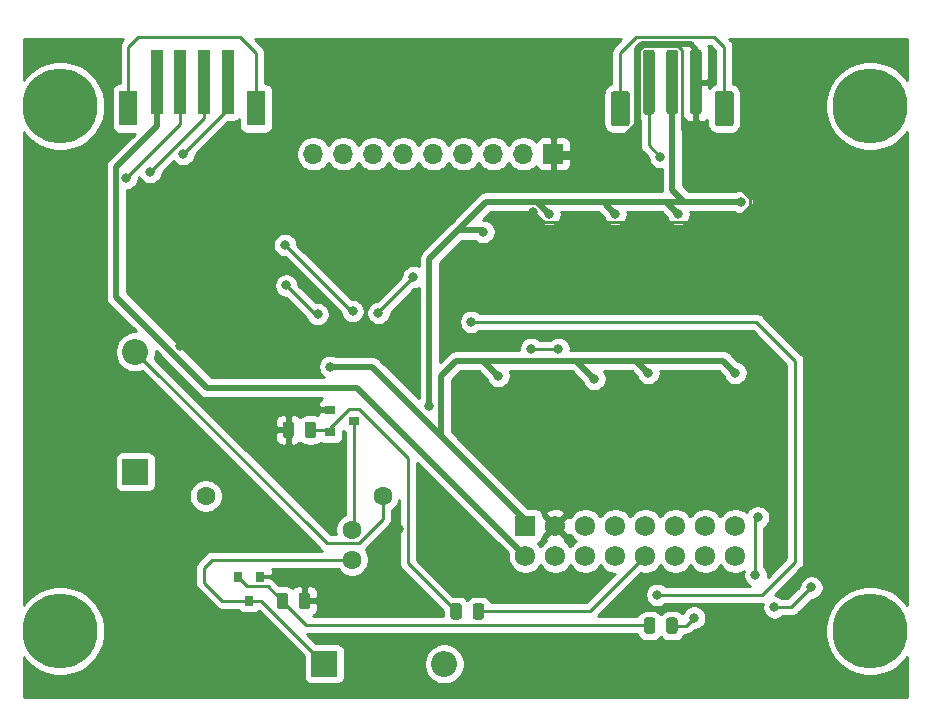
<source format=gbr>
G04 #@! TF.GenerationSoftware,KiCad,Pcbnew,(5.1.6-0-10_14)*
G04 #@! TF.CreationDate,2020-07-24T12:42:11-04:00*
G04 #@! TF.ProjectId,Pufferfish-Interface-2,50756666-6572-4666-9973-682d496e7465,rev?*
G04 #@! TF.SameCoordinates,Original*
G04 #@! TF.FileFunction,Copper,L2,Bot*
G04 #@! TF.FilePolarity,Positive*
%FSLAX46Y46*%
G04 Gerber Fmt 4.6, Leading zero omitted, Abs format (unit mm)*
G04 Created by KiCad (PCBNEW (5.1.6-0-10_14)) date 2020-07-24 12:42:11*
%MOMM*%
%LPD*%
G01*
G04 APERTURE LIST*
G04 #@! TA.AperFunction,ComponentPad*
%ADD10C,6.350000*%
G04 #@! TD*
G04 #@! TA.AperFunction,ComponentPad*
%ADD11R,1.725000X1.725000*%
G04 #@! TD*
G04 #@! TA.AperFunction,ComponentPad*
%ADD12C,1.725000*%
G04 #@! TD*
G04 #@! TA.AperFunction,ComponentPad*
%ADD13O,1.700000X1.700000*%
G04 #@! TD*
G04 #@! TA.AperFunction,ComponentPad*
%ADD14R,1.700000X1.700000*%
G04 #@! TD*
G04 #@! TA.AperFunction,ComponentPad*
%ADD15C,1.600000*%
G04 #@! TD*
G04 #@! TA.AperFunction,SMDPad,CuDef*
%ADD16R,1.600000X3.000000*%
G04 #@! TD*
G04 #@! TA.AperFunction,SMDPad,CuDef*
%ADD17R,1.000000X5.500000*%
G04 #@! TD*
G04 #@! TA.AperFunction,ComponentPad*
%ADD18R,2.200000X2.200000*%
G04 #@! TD*
G04 #@! TA.AperFunction,ComponentPad*
%ADD19O,2.200000X2.200000*%
G04 #@! TD*
G04 #@! TA.AperFunction,SMDPad,CuDef*
%ADD20R,0.800000X0.900000*%
G04 #@! TD*
G04 #@! TA.AperFunction,SMDPad,CuDef*
%ADD21R,0.900000X0.800000*%
G04 #@! TD*
G04 #@! TA.AperFunction,ViaPad*
%ADD22C,0.800000*%
G04 #@! TD*
G04 #@! TA.AperFunction,Conductor*
%ADD23C,0.250000*%
G04 #@! TD*
G04 #@! TA.AperFunction,Conductor*
%ADD24C,0.508000*%
G04 #@! TD*
G04 #@! TA.AperFunction,Conductor*
%ADD25C,0.254000*%
G04 #@! TD*
G04 APERTURE END LIST*
D10*
X-3810000Y-6350000D03*
X-3810000Y-50800000D03*
X64770000Y-50800000D03*
X64770000Y-6350000D03*
D11*
X35560000Y-41910000D03*
D12*
X35560000Y-44450000D03*
X38100000Y-41910000D03*
X38100000Y-44450000D03*
X40640000Y-41910000D03*
X40640000Y-44450000D03*
X43180000Y-41910000D03*
X43180000Y-44450000D03*
X45720000Y-41910000D03*
X45720000Y-44450000D03*
X48260000Y-41910000D03*
X48260000Y-44450000D03*
X50800000Y-41910000D03*
X50800000Y-44450000D03*
X53340000Y-41910000D03*
X53340000Y-44450000D03*
D13*
X17619980Y-10421620D03*
X20159980Y-10421620D03*
X22699980Y-10421620D03*
X25239980Y-10421620D03*
X27779980Y-10421620D03*
X30319980Y-10421620D03*
X32859980Y-10421620D03*
X35399980Y-10421620D03*
D14*
X37939980Y-10421620D03*
G04 #@! TA.AperFunction,SMDPad,CuDef*
G36*
G01*
X46582940Y-49899250D02*
X46582940Y-50811750D01*
G75*
G02*
X46339190Y-51055500I-243750J0D01*
G01*
X45851690Y-51055500D01*
G75*
G02*
X45607940Y-50811750I0J243750D01*
G01*
X45607940Y-49899250D01*
G75*
G02*
X45851690Y-49655500I243750J0D01*
G01*
X46339190Y-49655500D01*
G75*
G02*
X46582940Y-49899250I0J-243750D01*
G01*
G37*
G04 #@! TD.AperFunction*
G04 #@! TA.AperFunction,SMDPad,CuDef*
G36*
G01*
X48457940Y-49899250D02*
X48457940Y-50811750D01*
G75*
G02*
X48214190Y-51055500I-243750J0D01*
G01*
X47726690Y-51055500D01*
G75*
G02*
X47482940Y-50811750I0J243750D01*
G01*
X47482940Y-49899250D01*
G75*
G02*
X47726690Y-49655500I243750J0D01*
G01*
X48214190Y-49655500D01*
G75*
G02*
X48457940Y-49899250I0J-243750D01*
G01*
G37*
G04 #@! TD.AperFunction*
G04 #@! TA.AperFunction,SMDPad,CuDef*
G36*
G01*
X30202720Y-48695290D02*
X30202720Y-49607790D01*
G75*
G02*
X29958970Y-49851540I-243750J0D01*
G01*
X29471470Y-49851540D01*
G75*
G02*
X29227720Y-49607790I0J243750D01*
G01*
X29227720Y-48695290D01*
G75*
G02*
X29471470Y-48451540I243750J0D01*
G01*
X29958970Y-48451540D01*
G75*
G02*
X30202720Y-48695290I0J-243750D01*
G01*
G37*
G04 #@! TD.AperFunction*
G04 #@! TA.AperFunction,SMDPad,CuDef*
G36*
G01*
X32077720Y-48695290D02*
X32077720Y-49607790D01*
G75*
G02*
X31833970Y-49851540I-243750J0D01*
G01*
X31346470Y-49851540D01*
G75*
G02*
X31102720Y-49607790I0J243750D01*
G01*
X31102720Y-48695290D01*
G75*
G02*
X31346470Y-48451540I243750J0D01*
G01*
X31833970Y-48451540D01*
G75*
G02*
X32077720Y-48695290I0J-243750D01*
G01*
G37*
G04 #@! TD.AperFunction*
D15*
X23502000Y-39370000D03*
X8502000Y-39370000D03*
X20902000Y-42270000D03*
X20902000Y-44770000D03*
D16*
X12766000Y-6568000D03*
X1966000Y-6568000D03*
D17*
X10366000Y-4318000D03*
X4366000Y-4318000D03*
X8366000Y-4318000D03*
X6366000Y-4318000D03*
G04 #@! TA.AperFunction,SMDPad,CuDef*
G36*
G01*
X49506000Y-6842000D02*
X49506000Y-1842000D01*
G75*
G02*
X49756000Y-1592000I250000J0D01*
G01*
X50256000Y-1592000D01*
G75*
G02*
X50506000Y-1842000I0J-250000D01*
G01*
X50506000Y-6842000D01*
G75*
G02*
X50256000Y-7092000I-250000J0D01*
G01*
X49756000Y-7092000D01*
G75*
G02*
X49506000Y-6842000I0J250000D01*
G01*
G37*
G04 #@! TD.AperFunction*
G04 #@! TA.AperFunction,SMDPad,CuDef*
G36*
G01*
X45506000Y-6842000D02*
X45506000Y-1842000D01*
G75*
G02*
X45756000Y-1592000I250000J0D01*
G01*
X46256000Y-1592000D01*
G75*
G02*
X46506000Y-1842000I0J-250000D01*
G01*
X46506000Y-6842000D01*
G75*
G02*
X46256000Y-7092000I-250000J0D01*
G01*
X45756000Y-7092000D01*
G75*
G02*
X45506000Y-6842000I0J250000D01*
G01*
G37*
G04 #@! TD.AperFunction*
G04 #@! TA.AperFunction,SMDPad,CuDef*
G36*
G01*
X47506000Y-6842000D02*
X47506000Y-1842000D01*
G75*
G02*
X47756000Y-1592000I250000J0D01*
G01*
X48256000Y-1592000D01*
G75*
G02*
X48506000Y-1842000I0J-250000D01*
G01*
X48506000Y-6842000D01*
G75*
G02*
X48256000Y-7092000I-250000J0D01*
G01*
X47756000Y-7092000D01*
G75*
G02*
X47506000Y-6842000I0J250000D01*
G01*
G37*
G04 #@! TD.AperFunction*
G04 #@! TA.AperFunction,SMDPad,CuDef*
G36*
G01*
X42806000Y-7842400D02*
X42806000Y-5341600D01*
G75*
G02*
X43055600Y-5092000I249600J0D01*
G01*
X44156400Y-5092000D01*
G75*
G02*
X44406000Y-5341600I0J-249600D01*
G01*
X44406000Y-7842400D01*
G75*
G02*
X44156400Y-8092000I-249600J0D01*
G01*
X43055600Y-8092000D01*
G75*
G02*
X42806000Y-7842400I0J249600D01*
G01*
G37*
G04 #@! TD.AperFunction*
G04 #@! TA.AperFunction,SMDPad,CuDef*
G36*
G01*
X51606000Y-7842400D02*
X51606000Y-5341600D01*
G75*
G02*
X51855600Y-5092000I249600J0D01*
G01*
X52956400Y-5092000D01*
G75*
G02*
X53206000Y-5341600I0J-249600D01*
G01*
X53206000Y-7842400D01*
G75*
G02*
X52956400Y-8092000I-249600J0D01*
G01*
X51855600Y-8092000D01*
G75*
G02*
X51606000Y-7842400I0J249600D01*
G01*
G37*
G04 #@! TD.AperFunction*
D18*
X18542000Y-53594000D03*
D19*
X28702000Y-53594000D03*
X2540000Y-27178000D03*
D18*
X2540000Y-37338000D03*
D20*
X12192000Y-48244000D03*
X13142000Y-46244000D03*
X11242000Y-46244000D03*
D21*
X19066000Y-33970000D03*
X19066000Y-32070000D03*
X21066000Y-33020000D03*
G04 #@! TA.AperFunction,SMDPad,CuDef*
G36*
G01*
X16373500Y-48716250D02*
X16373500Y-47803750D01*
G75*
G02*
X16617250Y-47560000I243750J0D01*
G01*
X17104750Y-47560000D01*
G75*
G02*
X17348500Y-47803750I0J-243750D01*
G01*
X17348500Y-48716250D01*
G75*
G02*
X17104750Y-48960000I-243750J0D01*
G01*
X16617250Y-48960000D01*
G75*
G02*
X16373500Y-48716250I0J243750D01*
G01*
G37*
G04 #@! TD.AperFunction*
G04 #@! TA.AperFunction,SMDPad,CuDef*
G36*
G01*
X14498500Y-48716250D02*
X14498500Y-47803750D01*
G75*
G02*
X14742250Y-47560000I243750J0D01*
G01*
X15229750Y-47560000D01*
G75*
G02*
X15473500Y-47803750I0J-243750D01*
G01*
X15473500Y-48716250D01*
G75*
G02*
X15229750Y-48960000I-243750J0D01*
G01*
X14742250Y-48960000D01*
G75*
G02*
X14498500Y-48716250I0J243750D01*
G01*
G37*
G04 #@! TD.AperFunction*
G04 #@! TA.AperFunction,SMDPad,CuDef*
G36*
G01*
X15981500Y-33325750D02*
X15981500Y-34238250D01*
G75*
G02*
X15737750Y-34482000I-243750J0D01*
G01*
X15250250Y-34482000D01*
G75*
G02*
X15006500Y-34238250I0J243750D01*
G01*
X15006500Y-33325750D01*
G75*
G02*
X15250250Y-33082000I243750J0D01*
G01*
X15737750Y-33082000D01*
G75*
G02*
X15981500Y-33325750I0J-243750D01*
G01*
G37*
G04 #@! TD.AperFunction*
G04 #@! TA.AperFunction,SMDPad,CuDef*
G36*
G01*
X17856500Y-33325750D02*
X17856500Y-34238250D01*
G75*
G02*
X17612750Y-34482000I-243750J0D01*
G01*
X17125250Y-34482000D01*
G75*
G02*
X16881500Y-34238250I0J243750D01*
G01*
X16881500Y-33325750D01*
G75*
G02*
X17125250Y-33082000I243750J0D01*
G01*
X17612750Y-33082000D01*
G75*
G02*
X17856500Y-33325750I0J-243750D01*
G01*
G37*
G04 #@! TD.AperFunction*
D22*
X41402000Y-29464000D03*
X45974000Y-28956000D03*
X53340000Y-28956000D03*
X33274000Y-29210000D03*
X19050000Y-28448000D03*
X43180000Y-22352000D03*
X45974000Y-20066000D03*
X7620000Y-22098000D03*
X6350000Y-26670000D03*
X9318880Y-32178880D03*
X24892000Y-42164000D03*
X36226130Y-15335870D03*
X2824480Y-18602960D03*
X3307080Y-15788640D03*
X28702000Y-39370000D03*
X30988000Y-24638000D03*
X46736000Y-47752000D03*
X59776360Y-47114460D03*
X56654700Y-48818800D03*
X55046880Y-46075600D03*
X55257700Y-41185000D03*
X27432000Y-31750000D03*
X53848000Y-14478000D03*
X32004000Y-17018000D03*
X37592000Y-15494000D03*
X43180000Y-15494000D03*
X48514000Y-15494000D03*
X6604000Y-10414000D03*
X3810000Y-11938000D03*
X1778000Y-12446000D03*
X46990000Y-10668000D03*
X36068000Y-26924000D03*
X38358653Y-26919347D03*
X49847500Y-49690020D03*
X15323820Y-21556980D03*
X17975580Y-23987760D03*
X15237460Y-18133060D03*
X20942300Y-23736300D03*
X26079728Y-20862012D03*
X23121620Y-23886160D03*
D23*
X23502000Y-41335002D02*
X23502000Y-39370000D01*
X21442001Y-43395001D02*
X23502000Y-41335002D01*
X18757001Y-43395001D02*
X21442001Y-43395001D01*
X2540000Y-27178000D02*
X18757001Y-43395001D01*
D24*
X35560000Y-41910000D02*
X35560000Y-41402000D01*
X28448000Y-31496000D02*
X28448000Y-30988000D01*
X28448000Y-34290000D02*
X28448000Y-31496000D01*
X39878000Y-27940000D02*
X41402000Y-29464000D01*
X28448000Y-29210000D02*
X29718000Y-27940000D01*
X29718000Y-27940000D02*
X39878000Y-27940000D01*
X28448000Y-31496000D02*
X28448000Y-29210000D01*
X44958000Y-27940000D02*
X45974000Y-28956000D01*
X39878000Y-27940000D02*
X44958000Y-27940000D01*
X32004000Y-27940000D02*
X33274000Y-29210000D01*
X29718000Y-27940000D02*
X32004000Y-27940000D01*
X35560000Y-41402000D02*
X29210000Y-35052000D01*
X29210000Y-35052000D02*
X23114000Y-28956000D01*
X29210000Y-35052000D02*
X28448000Y-34290000D01*
X23114000Y-28956000D02*
X22606000Y-28448000D01*
X22606000Y-28448000D02*
X19050000Y-28448000D01*
X52324000Y-27940000D02*
X53340000Y-28956000D01*
X44958000Y-27940000D02*
X52324000Y-27940000D01*
D23*
X21066000Y-42106000D02*
X20902000Y-42270000D01*
X21066000Y-33020000D02*
X21066000Y-42106000D01*
X13192000Y-48244000D02*
X18542000Y-53594000D01*
X12192000Y-48244000D02*
X13192000Y-48244000D01*
X9078000Y-44770000D02*
X20902000Y-44770000D01*
X8382000Y-45466000D02*
X9078000Y-44770000D01*
X11526000Y-48260000D02*
X9906000Y-48260000D01*
X12192000Y-48244000D02*
X11542000Y-48244000D01*
X8382000Y-46736000D02*
X8382000Y-45466000D01*
X9906000Y-48260000D02*
X8382000Y-46736000D01*
X11542000Y-48244000D02*
X11526000Y-48260000D01*
D24*
X43688000Y-22352000D02*
X45974000Y-20066000D01*
X43180000Y-22352000D02*
X43688000Y-22352000D01*
X7620000Y-22098000D02*
X6350000Y-23368000D01*
X6350000Y-23368000D02*
X6350000Y-26670000D01*
X10922000Y-33782000D02*
X15494000Y-33782000D01*
X9318880Y-32178880D02*
X10922000Y-33782000D01*
X50006000Y-1592000D02*
X50006000Y-4342000D01*
X49551990Y-1137990D02*
X50006000Y-1592000D01*
X45051990Y-1550388D02*
X45464388Y-1137990D01*
X45464388Y-1137990D02*
X49551990Y-1137990D01*
X45051990Y-7941866D02*
X45051990Y-1550388D01*
X42325856Y-10668000D02*
X45051990Y-7941866D01*
X38354000Y-10668000D02*
X42325856Y-10668000D01*
D23*
X37109261Y-16219001D02*
X36226130Y-15335870D01*
X45517820Y-1266990D02*
X48494180Y-1266990D01*
X53180001Y-16219001D02*
X37109261Y-16219001D01*
X54573001Y-14826001D02*
X53180001Y-16219001D01*
X38354000Y-10668000D02*
X42266830Y-10668000D01*
X48494180Y-1266990D02*
X48831010Y-1603820D01*
X48831010Y-1603820D02*
X48831010Y-8388008D01*
X45180990Y-1603820D02*
X45517820Y-1266990D01*
X48831010Y-8388008D02*
X54573001Y-14129999D01*
X45180990Y-7753840D02*
X45180990Y-1603820D01*
X42266830Y-10668000D02*
X45180990Y-7753840D01*
X54573001Y-14129999D02*
X54573001Y-14826001D01*
X30988000Y-24638000D02*
X55118000Y-24638000D01*
X55118000Y-24638000D02*
X58420000Y-27940000D01*
X58420000Y-27940000D02*
X58420000Y-41127502D01*
X58420000Y-41127502D02*
X58420000Y-44958000D01*
X58420000Y-44958000D02*
X55626000Y-47752000D01*
X55626000Y-47752000D02*
X46736000Y-47752000D01*
X59776360Y-47114460D02*
X58074560Y-48816260D01*
X56657240Y-48816260D02*
X56654700Y-48818800D01*
X58074560Y-48816260D02*
X56657240Y-48816260D01*
X55046880Y-41395820D02*
X55257700Y-41185000D01*
X55046880Y-46075600D02*
X55046880Y-41395820D01*
D24*
X4366000Y-4318000D02*
X4366000Y-8080000D01*
X923999Y-11522001D02*
X923999Y-22513999D01*
X4366000Y-8080000D02*
X923999Y-11522001D01*
X923999Y-22513999D02*
X8636000Y-30226000D01*
X35557798Y-44450000D02*
X35560000Y-44450000D01*
X21333798Y-30226000D02*
X35557798Y-44450000D01*
X8636000Y-30226000D02*
X21333798Y-30226000D01*
X27432000Y-31750000D02*
X27432000Y-19304000D01*
X29845000Y-16891000D02*
X31877000Y-16891000D01*
X27432000Y-19304000D02*
X29845000Y-16891000D01*
X31877000Y-16891000D02*
X32004000Y-17018000D01*
X29845000Y-16891000D02*
X32258000Y-14478000D01*
X36576000Y-14478000D02*
X37592000Y-15494000D01*
X35814000Y-14478000D02*
X36576000Y-14478000D01*
X32258000Y-14478000D02*
X35814000Y-14478000D01*
X42418000Y-14732000D02*
X43180000Y-15494000D01*
X42418000Y-14478000D02*
X42418000Y-14732000D01*
X35814000Y-14478000D02*
X42418000Y-14478000D01*
X48006000Y-13462000D02*
X49022000Y-14478000D01*
X48006000Y-4342000D02*
X48006000Y-13462000D01*
X49022000Y-14478000D02*
X53848000Y-14478000D01*
X47498000Y-14478000D02*
X48514000Y-15494000D01*
X46990000Y-14478000D02*
X47498000Y-14478000D01*
X42418000Y-14478000D02*
X46990000Y-14478000D01*
X46990000Y-14478000D02*
X49022000Y-14478000D01*
D23*
X18878000Y-33782000D02*
X19066000Y-33970000D01*
X17369000Y-33782000D02*
X18878000Y-33782000D01*
X19066000Y-33970000D02*
X19066000Y-33584998D01*
X21485002Y-32004000D02*
X25654000Y-36172998D01*
X20646998Y-32004000D02*
X21485002Y-32004000D01*
X19066000Y-33584998D02*
X20646998Y-32004000D01*
X25654000Y-45090320D02*
X29715220Y-49151540D01*
X25654000Y-43273980D02*
X25654000Y-45090320D01*
X25654000Y-36172998D02*
X25654000Y-43273980D01*
X25654000Y-43273980D02*
X25654000Y-43472340D01*
X13745001Y-47019001D02*
X14986000Y-48260000D01*
X12017001Y-47019001D02*
X13745001Y-47019001D01*
X11242000Y-46244000D02*
X12017001Y-47019001D01*
X46031940Y-50292000D02*
X46095440Y-50355500D01*
X17018000Y-50292000D02*
X46031940Y-50292000D01*
X14986000Y-48260000D02*
X17018000Y-50292000D01*
X12766000Y-1844000D02*
X12766000Y-6568000D01*
X2794000Y-508000D02*
X11430000Y-508000D01*
X1966000Y-1336000D02*
X2794000Y-508000D01*
X11430000Y-508000D02*
X12766000Y-1844000D01*
X1966000Y-6568000D02*
X1966000Y-1336000D01*
X10366000Y-6652000D02*
X6604000Y-10414000D01*
X10366000Y-4318000D02*
X10366000Y-6652000D01*
X8366000Y-7382000D02*
X3810000Y-11938000D01*
X8366000Y-4318000D02*
X8366000Y-7382000D01*
X6366000Y-7858000D02*
X1778000Y-12446000D01*
X6366000Y-4318000D02*
X6366000Y-7858000D01*
X46006000Y-9684000D02*
X46990000Y-10668000D01*
X46006000Y-4342000D02*
X46006000Y-9684000D01*
X51562000Y-508000D02*
X52406000Y-1352000D01*
X52406000Y-1352000D02*
X52406000Y-6592000D01*
X44958000Y-508000D02*
X51562000Y-508000D01*
X43606000Y-1860000D02*
X44958000Y-508000D01*
X43606000Y-6592000D02*
X43606000Y-1860000D01*
X38354000Y-26924000D02*
X38358653Y-26919347D01*
X36068000Y-26924000D02*
X38354000Y-26924000D01*
X41018460Y-49151540D02*
X43155870Y-47014130D01*
X31590220Y-49151540D02*
X41018460Y-49151540D01*
X43155870Y-47014130D02*
X45720000Y-44450000D01*
X42618660Y-47551340D02*
X43155870Y-47014130D01*
X49182020Y-50355500D02*
X49847500Y-49690020D01*
X47970440Y-50355500D02*
X49182020Y-50355500D01*
X17754600Y-23987760D02*
X17975580Y-23987760D01*
X15323820Y-21556980D02*
X17754600Y-23987760D01*
X15237460Y-18133060D02*
X20840700Y-23736300D01*
X20840700Y-23736300D02*
X20942300Y-23736300D01*
X23121620Y-23820120D02*
X23121620Y-23886160D01*
X26079728Y-20862012D02*
X23121620Y-23820120D01*
D25*
G36*
X1454998Y-772201D02*
G01*
X1426000Y-795999D01*
X1402202Y-824997D01*
X1402201Y-824998D01*
X1331026Y-911724D01*
X1260454Y-1043754D01*
X1244508Y-1096323D01*
X1216998Y-1187014D01*
X1206001Y-1298667D01*
X1202324Y-1336000D01*
X1206001Y-1373332D01*
X1206000Y-4429928D01*
X1166000Y-4429928D01*
X1041518Y-4442188D01*
X921820Y-4478498D01*
X811506Y-4537463D01*
X714815Y-4616815D01*
X635463Y-4713506D01*
X576498Y-4823820D01*
X540188Y-4943518D01*
X527928Y-5068000D01*
X527928Y-8068000D01*
X540188Y-8192482D01*
X576498Y-8312180D01*
X635463Y-8422494D01*
X714815Y-8519185D01*
X811506Y-8598537D01*
X921820Y-8657502D01*
X1041518Y-8693812D01*
X1166000Y-8706072D01*
X2482692Y-8706072D01*
X326263Y-10862502D01*
X292340Y-10890342D01*
X181246Y-11025711D01*
X98696Y-11180151D01*
X47863Y-11347728D01*
X34999Y-11478335D01*
X34999Y-11478341D01*
X30699Y-11522001D01*
X34999Y-11565661D01*
X35000Y-22470329D01*
X30699Y-22513999D01*
X47863Y-22688273D01*
X98697Y-22855851D01*
X181247Y-23010290D01*
X255959Y-23101326D01*
X292341Y-23145658D01*
X326258Y-23173493D01*
X2595765Y-25443000D01*
X2369117Y-25443000D01*
X2033919Y-25509675D01*
X1718169Y-25640463D01*
X1434002Y-25830337D01*
X1192337Y-26072002D01*
X1002463Y-26356169D01*
X871675Y-26671919D01*
X805000Y-27007117D01*
X805000Y-27348883D01*
X871675Y-27684081D01*
X1002463Y-27999831D01*
X1192337Y-28283998D01*
X1434002Y-28525663D01*
X1718169Y-28715537D01*
X2033919Y-28846325D01*
X2369117Y-28913000D01*
X2710883Y-28913000D01*
X3046081Y-28846325D01*
X3107912Y-28820714D01*
X18193202Y-43906004D01*
X18217000Y-43935002D01*
X18308385Y-44010000D01*
X9115325Y-44010000D01*
X9078000Y-44006324D01*
X9040675Y-44010000D01*
X9040667Y-44010000D01*
X8929014Y-44020997D01*
X8785753Y-44064454D01*
X8653724Y-44135026D01*
X8537999Y-44229999D01*
X8514201Y-44258998D01*
X7870998Y-44902201D01*
X7842000Y-44925999D01*
X7818202Y-44954997D01*
X7818201Y-44954998D01*
X7747026Y-45041724D01*
X7676454Y-45173754D01*
X7656570Y-45239305D01*
X7635126Y-45310001D01*
X7632998Y-45317015D01*
X7618324Y-45466000D01*
X7622001Y-45503332D01*
X7622000Y-46698677D01*
X7618324Y-46736000D01*
X7622000Y-46773322D01*
X7622000Y-46773332D01*
X7632997Y-46884985D01*
X7668795Y-47002997D01*
X7676454Y-47028246D01*
X7747026Y-47160276D01*
X7784146Y-47205506D01*
X7841999Y-47276001D01*
X7871002Y-47299803D01*
X9342205Y-48771008D01*
X9365999Y-48800001D01*
X9394992Y-48823795D01*
X9394996Y-48823799D01*
X9462228Y-48878974D01*
X9481724Y-48894974D01*
X9613753Y-48965546D01*
X9757014Y-49009003D01*
X9868667Y-49020000D01*
X9868676Y-49020000D01*
X9905999Y-49023676D01*
X9943322Y-49020000D01*
X11246232Y-49020000D01*
X11261463Y-49048494D01*
X11340815Y-49145185D01*
X11437506Y-49224537D01*
X11547820Y-49283502D01*
X11667518Y-49319812D01*
X11792000Y-49332072D01*
X12592000Y-49332072D01*
X12716482Y-49319812D01*
X12836180Y-49283502D01*
X12946494Y-49224537D01*
X13029563Y-49156364D01*
X16803928Y-52930730D01*
X16803928Y-54694000D01*
X16816188Y-54818482D01*
X16852498Y-54938180D01*
X16911463Y-55048494D01*
X16990815Y-55145185D01*
X17087506Y-55224537D01*
X17197820Y-55283502D01*
X17317518Y-55319812D01*
X17442000Y-55332072D01*
X19642000Y-55332072D01*
X19766482Y-55319812D01*
X19886180Y-55283502D01*
X19996494Y-55224537D01*
X20093185Y-55145185D01*
X20172537Y-55048494D01*
X20231502Y-54938180D01*
X20267812Y-54818482D01*
X20280072Y-54694000D01*
X20280072Y-53423117D01*
X26967000Y-53423117D01*
X26967000Y-53764883D01*
X27033675Y-54100081D01*
X27164463Y-54415831D01*
X27354337Y-54699998D01*
X27596002Y-54941663D01*
X27880169Y-55131537D01*
X28195919Y-55262325D01*
X28531117Y-55329000D01*
X28872883Y-55329000D01*
X29208081Y-55262325D01*
X29523831Y-55131537D01*
X29807998Y-54941663D01*
X30049663Y-54699998D01*
X30239537Y-54415831D01*
X30370325Y-54100081D01*
X30437000Y-53764883D01*
X30437000Y-53423117D01*
X30370325Y-53087919D01*
X30239537Y-52772169D01*
X30049663Y-52488002D01*
X29807998Y-52246337D01*
X29523831Y-52056463D01*
X29208081Y-51925675D01*
X28872883Y-51859000D01*
X28531117Y-51859000D01*
X28195919Y-51925675D01*
X27880169Y-52056463D01*
X27596002Y-52246337D01*
X27354337Y-52488002D01*
X27164463Y-52772169D01*
X27033675Y-53087919D01*
X26967000Y-53423117D01*
X20280072Y-53423117D01*
X20280072Y-52494000D01*
X20267812Y-52369518D01*
X20231502Y-52249820D01*
X20172537Y-52139506D01*
X20093185Y-52042815D01*
X19996494Y-51963463D01*
X19886180Y-51904498D01*
X19766482Y-51868188D01*
X19642000Y-51855928D01*
X17878730Y-51855928D01*
X17074802Y-51052000D01*
X45007505Y-51052000D01*
X45036993Y-51149209D01*
X45118482Y-51301664D01*
X45228148Y-51435292D01*
X45361776Y-51544958D01*
X45514231Y-51626447D01*
X45679655Y-51676628D01*
X45851690Y-51693572D01*
X46339190Y-51693572D01*
X46511225Y-51676628D01*
X46676649Y-51626447D01*
X46829104Y-51544958D01*
X46962732Y-51435292D01*
X47032940Y-51349744D01*
X47103148Y-51435292D01*
X47236776Y-51544958D01*
X47389231Y-51626447D01*
X47554655Y-51676628D01*
X47726690Y-51693572D01*
X48214190Y-51693572D01*
X48386225Y-51676628D01*
X48551649Y-51626447D01*
X48704104Y-51544958D01*
X48837732Y-51435292D01*
X48947398Y-51301664D01*
X49028887Y-51149209D01*
X49039113Y-51115500D01*
X49144698Y-51115500D01*
X49182020Y-51119176D01*
X49219342Y-51115500D01*
X49219353Y-51115500D01*
X49331006Y-51104503D01*
X49474267Y-51061046D01*
X49606296Y-50990474D01*
X49722021Y-50895501D01*
X49745823Y-50866498D01*
X49887301Y-50725020D01*
X49949439Y-50725020D01*
X50149398Y-50685246D01*
X50337756Y-50607225D01*
X50507274Y-50493957D01*
X50651437Y-50349794D01*
X50764705Y-50180276D01*
X50842726Y-49991918D01*
X50882500Y-49791959D01*
X50882500Y-49588081D01*
X50842726Y-49388122D01*
X50764705Y-49199764D01*
X50651437Y-49030246D01*
X50507274Y-48886083D01*
X50337756Y-48772815D01*
X50149398Y-48694794D01*
X49949439Y-48655020D01*
X49745561Y-48655020D01*
X49545602Y-48694794D01*
X49357244Y-48772815D01*
X49187726Y-48886083D01*
X49043563Y-49030246D01*
X48930295Y-49199764D01*
X48878341Y-49325190D01*
X48837732Y-49275708D01*
X48704104Y-49166042D01*
X48551649Y-49084553D01*
X48386225Y-49034372D01*
X48214190Y-49017428D01*
X47726690Y-49017428D01*
X47554655Y-49034372D01*
X47389231Y-49084553D01*
X47236776Y-49166042D01*
X47103148Y-49275708D01*
X47032940Y-49361256D01*
X46962732Y-49275708D01*
X46829104Y-49166042D01*
X46676649Y-49084553D01*
X46511225Y-49034372D01*
X46339190Y-49017428D01*
X45851690Y-49017428D01*
X45679655Y-49034372D01*
X45514231Y-49084553D01*
X45361776Y-49166042D01*
X45228148Y-49275708D01*
X45118482Y-49409336D01*
X45052917Y-49532000D01*
X41712801Y-49532000D01*
X43719669Y-47525133D01*
X43719673Y-47525128D01*
X45342962Y-45901840D01*
X45572509Y-45947500D01*
X45867491Y-45947500D01*
X46156805Y-45889952D01*
X46429332Y-45777067D01*
X46674601Y-45613184D01*
X46883184Y-45404601D01*
X46990000Y-45244739D01*
X47096816Y-45404601D01*
X47305399Y-45613184D01*
X47550668Y-45777067D01*
X47823195Y-45889952D01*
X48112509Y-45947500D01*
X48407491Y-45947500D01*
X48696805Y-45889952D01*
X48969332Y-45777067D01*
X49214601Y-45613184D01*
X49423184Y-45404601D01*
X49530000Y-45244739D01*
X49636816Y-45404601D01*
X49845399Y-45613184D01*
X50090668Y-45777067D01*
X50363195Y-45889952D01*
X50652509Y-45947500D01*
X50947491Y-45947500D01*
X51236805Y-45889952D01*
X51509332Y-45777067D01*
X51754601Y-45613184D01*
X51963184Y-45404601D01*
X52070000Y-45244739D01*
X52176816Y-45404601D01*
X52385399Y-45613184D01*
X52630668Y-45777067D01*
X52903195Y-45889952D01*
X53192509Y-45947500D01*
X53487491Y-45947500D01*
X53776805Y-45889952D01*
X54049332Y-45777067D01*
X54051238Y-45775793D01*
X54011880Y-45973661D01*
X54011880Y-46177539D01*
X54051654Y-46377498D01*
X54129675Y-46565856D01*
X54242943Y-46735374D01*
X54387106Y-46879537D01*
X54555419Y-46992000D01*
X47439711Y-46992000D01*
X47395774Y-46948063D01*
X47226256Y-46834795D01*
X47037898Y-46756774D01*
X46837939Y-46717000D01*
X46634061Y-46717000D01*
X46434102Y-46756774D01*
X46245744Y-46834795D01*
X46076226Y-46948063D01*
X45932063Y-47092226D01*
X45818795Y-47261744D01*
X45740774Y-47450102D01*
X45701000Y-47650061D01*
X45701000Y-47853939D01*
X45740774Y-48053898D01*
X45818795Y-48242256D01*
X45932063Y-48411774D01*
X46076226Y-48555937D01*
X46245744Y-48669205D01*
X46434102Y-48747226D01*
X46634061Y-48787000D01*
X46837939Y-48787000D01*
X47037898Y-48747226D01*
X47226256Y-48669205D01*
X47395774Y-48555937D01*
X47439711Y-48512000D01*
X55588678Y-48512000D01*
X55626000Y-48515676D01*
X55661427Y-48512187D01*
X55659474Y-48516902D01*
X55619700Y-48716861D01*
X55619700Y-48920739D01*
X55659474Y-49120698D01*
X55737495Y-49309056D01*
X55850763Y-49478574D01*
X55994926Y-49622737D01*
X56164444Y-49736005D01*
X56352802Y-49814026D01*
X56552761Y-49853800D01*
X56756639Y-49853800D01*
X56956598Y-49814026D01*
X57144956Y-49736005D01*
X57314474Y-49622737D01*
X57360951Y-49576260D01*
X58037238Y-49576260D01*
X58074560Y-49579936D01*
X58111882Y-49576260D01*
X58111893Y-49576260D01*
X58223546Y-49565263D01*
X58366807Y-49521806D01*
X58498836Y-49451234D01*
X58614561Y-49356261D01*
X58638364Y-49327257D01*
X59816162Y-48149460D01*
X59878299Y-48149460D01*
X60078258Y-48109686D01*
X60266616Y-48031665D01*
X60436134Y-47918397D01*
X60580297Y-47774234D01*
X60693565Y-47604716D01*
X60771586Y-47416358D01*
X60811360Y-47216399D01*
X60811360Y-47012521D01*
X60771586Y-46812562D01*
X60693565Y-46624204D01*
X60580297Y-46454686D01*
X60436134Y-46310523D01*
X60266616Y-46197255D01*
X60078258Y-46119234D01*
X59878299Y-46079460D01*
X59674421Y-46079460D01*
X59474462Y-46119234D01*
X59286104Y-46197255D01*
X59116586Y-46310523D01*
X58972423Y-46454686D01*
X58859155Y-46624204D01*
X58781134Y-46812562D01*
X58741360Y-47012521D01*
X58741360Y-47074658D01*
X57759759Y-48056260D01*
X57355871Y-48056260D01*
X57314474Y-48014863D01*
X57144956Y-47901595D01*
X56956598Y-47823574D01*
X56756639Y-47783800D01*
X56669001Y-47783800D01*
X58931003Y-45521799D01*
X58960001Y-45498001D01*
X59054974Y-45382276D01*
X59125546Y-45250247D01*
X59169003Y-45106986D01*
X59180000Y-44995333D01*
X59180000Y-44995325D01*
X59183676Y-44958000D01*
X59180000Y-44920675D01*
X59180000Y-27977322D01*
X59183676Y-27939999D01*
X59180000Y-27902676D01*
X59180000Y-27902667D01*
X59169003Y-27791014D01*
X59125546Y-27647753D01*
X59054974Y-27515724D01*
X58960001Y-27399999D01*
X58931004Y-27376202D01*
X55681804Y-24127003D01*
X55658001Y-24097999D01*
X55542276Y-24003026D01*
X55410247Y-23932454D01*
X55266986Y-23888997D01*
X55155333Y-23878000D01*
X55155322Y-23878000D01*
X55118000Y-23874324D01*
X55080678Y-23878000D01*
X31691711Y-23878000D01*
X31647774Y-23834063D01*
X31478256Y-23720795D01*
X31289898Y-23642774D01*
X31089939Y-23603000D01*
X30886061Y-23603000D01*
X30686102Y-23642774D01*
X30497744Y-23720795D01*
X30328226Y-23834063D01*
X30184063Y-23978226D01*
X30070795Y-24147744D01*
X29992774Y-24336102D01*
X29953000Y-24536061D01*
X29953000Y-24739939D01*
X29992774Y-24939898D01*
X30070795Y-25128256D01*
X30184063Y-25297774D01*
X30328226Y-25441937D01*
X30497744Y-25555205D01*
X30686102Y-25633226D01*
X30886061Y-25673000D01*
X31089939Y-25673000D01*
X31289898Y-25633226D01*
X31478256Y-25555205D01*
X31647774Y-25441937D01*
X31691711Y-25398000D01*
X54803199Y-25398000D01*
X57660000Y-28254802D01*
X57660001Y-41090160D01*
X57660000Y-41090170D01*
X57660001Y-44643197D01*
X56071009Y-46232189D01*
X56081880Y-46177539D01*
X56081880Y-45973661D01*
X56042106Y-45773702D01*
X55964085Y-45585344D01*
X55850817Y-45415826D01*
X55806880Y-45371889D01*
X55806880Y-42062833D01*
X55917474Y-41988937D01*
X56061637Y-41844774D01*
X56174905Y-41675256D01*
X56252926Y-41486898D01*
X56292700Y-41286939D01*
X56292700Y-41083061D01*
X56252926Y-40883102D01*
X56174905Y-40694744D01*
X56061637Y-40525226D01*
X55917474Y-40381063D01*
X55747956Y-40267795D01*
X55559598Y-40189774D01*
X55359639Y-40150000D01*
X55155761Y-40150000D01*
X54955802Y-40189774D01*
X54767444Y-40267795D01*
X54597926Y-40381063D01*
X54453763Y-40525226D01*
X54340495Y-40694744D01*
X54311801Y-40764016D01*
X54294601Y-40746816D01*
X54049332Y-40582933D01*
X53776805Y-40470048D01*
X53487491Y-40412500D01*
X53192509Y-40412500D01*
X52903195Y-40470048D01*
X52630668Y-40582933D01*
X52385399Y-40746816D01*
X52176816Y-40955399D01*
X52070000Y-41115261D01*
X51963184Y-40955399D01*
X51754601Y-40746816D01*
X51509332Y-40582933D01*
X51236805Y-40470048D01*
X50947491Y-40412500D01*
X50652509Y-40412500D01*
X50363195Y-40470048D01*
X50090668Y-40582933D01*
X49845399Y-40746816D01*
X49636816Y-40955399D01*
X49530000Y-41115261D01*
X49423184Y-40955399D01*
X49214601Y-40746816D01*
X48969332Y-40582933D01*
X48696805Y-40470048D01*
X48407491Y-40412500D01*
X48112509Y-40412500D01*
X47823195Y-40470048D01*
X47550668Y-40582933D01*
X47305399Y-40746816D01*
X47096816Y-40955399D01*
X46990000Y-41115261D01*
X46883184Y-40955399D01*
X46674601Y-40746816D01*
X46429332Y-40582933D01*
X46156805Y-40470048D01*
X45867491Y-40412500D01*
X45572509Y-40412500D01*
X45283195Y-40470048D01*
X45010668Y-40582933D01*
X44765399Y-40746816D01*
X44556816Y-40955399D01*
X44450000Y-41115261D01*
X44343184Y-40955399D01*
X44134601Y-40746816D01*
X43889332Y-40582933D01*
X43616805Y-40470048D01*
X43327491Y-40412500D01*
X43032509Y-40412500D01*
X42743195Y-40470048D01*
X42470668Y-40582933D01*
X42225399Y-40746816D01*
X42016816Y-40955399D01*
X41910000Y-41115261D01*
X41803184Y-40955399D01*
X41594601Y-40746816D01*
X41349332Y-40582933D01*
X41076805Y-40470048D01*
X40787491Y-40412500D01*
X40492509Y-40412500D01*
X40203195Y-40470048D01*
X39930668Y-40582933D01*
X39685399Y-40746816D01*
X39476816Y-40955399D01*
X39364160Y-41124001D01*
X39137319Y-41052286D01*
X38279605Y-41910000D01*
X39137319Y-42767714D01*
X39364160Y-42695999D01*
X39476816Y-42864601D01*
X39685399Y-43073184D01*
X39845261Y-43180000D01*
X39685399Y-43286816D01*
X39476816Y-43495399D01*
X39370000Y-43655261D01*
X39263184Y-43495399D01*
X39054601Y-43286816D01*
X38885999Y-43174160D01*
X38957714Y-42947319D01*
X38100000Y-42089605D01*
X37242286Y-42947319D01*
X37314001Y-43174160D01*
X37145399Y-43286816D01*
X36936816Y-43495399D01*
X36830000Y-43655261D01*
X36723184Y-43495399D01*
X36607683Y-43379898D01*
X36666680Y-43362002D01*
X36776994Y-43303037D01*
X36873685Y-43223685D01*
X36953037Y-43126994D01*
X37012002Y-43016680D01*
X37048312Y-42896982D01*
X37060572Y-42772500D01*
X37060572Y-42767047D01*
X37062681Y-42767714D01*
X37920395Y-41910000D01*
X37062681Y-41052286D01*
X37060572Y-41052953D01*
X37060572Y-41047500D01*
X37048312Y-40923018D01*
X37033043Y-40872681D01*
X37242286Y-40872681D01*
X38100000Y-41730395D01*
X38957714Y-40872681D01*
X38878566Y-40622330D01*
X38612394Y-40495180D01*
X38326532Y-40422403D01*
X38031963Y-40406792D01*
X37740009Y-40448949D01*
X37461889Y-40547253D01*
X37321434Y-40622330D01*
X37242286Y-40872681D01*
X37033043Y-40872681D01*
X37012002Y-40803320D01*
X36953037Y-40693006D01*
X36873685Y-40596315D01*
X36776994Y-40516963D01*
X36666680Y-40457998D01*
X36546982Y-40421688D01*
X36422500Y-40409428D01*
X35824664Y-40409428D01*
X29869500Y-34454265D01*
X29869495Y-34454259D01*
X29337000Y-33921764D01*
X29337000Y-29578235D01*
X30086236Y-28829000D01*
X31635765Y-28829000D01*
X32268870Y-29462105D01*
X32278774Y-29511898D01*
X32356795Y-29700256D01*
X32470063Y-29869774D01*
X32614226Y-30013937D01*
X32783744Y-30127205D01*
X32972102Y-30205226D01*
X33172061Y-30245000D01*
X33375939Y-30245000D01*
X33575898Y-30205226D01*
X33764256Y-30127205D01*
X33933774Y-30013937D01*
X34077937Y-29869774D01*
X34191205Y-29700256D01*
X34269226Y-29511898D01*
X34309000Y-29311939D01*
X34309000Y-29108061D01*
X34269226Y-28908102D01*
X34236461Y-28829000D01*
X39509765Y-28829000D01*
X40396870Y-29716105D01*
X40406774Y-29765898D01*
X40484795Y-29954256D01*
X40598063Y-30123774D01*
X40742226Y-30267937D01*
X40911744Y-30381205D01*
X41100102Y-30459226D01*
X41300061Y-30499000D01*
X41503939Y-30499000D01*
X41703898Y-30459226D01*
X41892256Y-30381205D01*
X42061774Y-30267937D01*
X42205937Y-30123774D01*
X42319205Y-29954256D01*
X42397226Y-29765898D01*
X42437000Y-29565939D01*
X42437000Y-29362061D01*
X42397226Y-29162102D01*
X42319205Y-28973744D01*
X42222490Y-28829000D01*
X44589765Y-28829000D01*
X44968870Y-29208105D01*
X44978774Y-29257898D01*
X45056795Y-29446256D01*
X45170063Y-29615774D01*
X45314226Y-29759937D01*
X45483744Y-29873205D01*
X45672102Y-29951226D01*
X45872061Y-29991000D01*
X46075939Y-29991000D01*
X46275898Y-29951226D01*
X46464256Y-29873205D01*
X46633774Y-29759937D01*
X46777937Y-29615774D01*
X46891205Y-29446256D01*
X46969226Y-29257898D01*
X47009000Y-29057939D01*
X47009000Y-28854061D01*
X47004015Y-28829000D01*
X51955765Y-28829000D01*
X52334870Y-29208105D01*
X52344774Y-29257898D01*
X52422795Y-29446256D01*
X52536063Y-29615774D01*
X52680226Y-29759937D01*
X52849744Y-29873205D01*
X53038102Y-29951226D01*
X53238061Y-29991000D01*
X53441939Y-29991000D01*
X53641898Y-29951226D01*
X53830256Y-29873205D01*
X53999774Y-29759937D01*
X54143937Y-29615774D01*
X54257205Y-29446256D01*
X54335226Y-29257898D01*
X54375000Y-29057939D01*
X54375000Y-28854061D01*
X54335226Y-28654102D01*
X54257205Y-28465744D01*
X54143937Y-28296226D01*
X53999774Y-28152063D01*
X53830256Y-28038795D01*
X53641898Y-27960774D01*
X53592105Y-27950870D01*
X52983499Y-27342264D01*
X52955659Y-27308341D01*
X52820291Y-27197247D01*
X52665851Y-27114697D01*
X52498274Y-27063864D01*
X52367667Y-27051000D01*
X52367660Y-27051000D01*
X52324000Y-27046700D01*
X52280340Y-27051000D01*
X45001660Y-27051000D01*
X44958000Y-27046700D01*
X44914340Y-27051000D01*
X39921660Y-27051000D01*
X39878000Y-27046700D01*
X39834340Y-27051000D01*
X39387743Y-27051000D01*
X39393653Y-27021286D01*
X39393653Y-26817408D01*
X39353879Y-26617449D01*
X39275858Y-26429091D01*
X39162590Y-26259573D01*
X39018427Y-26115410D01*
X38848909Y-26002142D01*
X38660551Y-25924121D01*
X38460592Y-25884347D01*
X38256714Y-25884347D01*
X38056755Y-25924121D01*
X37868397Y-26002142D01*
X37698879Y-26115410D01*
X37650289Y-26164000D01*
X36771711Y-26164000D01*
X36727774Y-26120063D01*
X36558256Y-26006795D01*
X36369898Y-25928774D01*
X36169939Y-25889000D01*
X35966061Y-25889000D01*
X35766102Y-25928774D01*
X35577744Y-26006795D01*
X35408226Y-26120063D01*
X35264063Y-26264226D01*
X35150795Y-26433744D01*
X35072774Y-26622102D01*
X35033000Y-26822061D01*
X35033000Y-27025939D01*
X35037985Y-27051000D01*
X32047660Y-27051000D01*
X32004000Y-27046700D01*
X31960340Y-27051000D01*
X29761659Y-27051000D01*
X29717999Y-27046700D01*
X29674339Y-27051000D01*
X29674333Y-27051000D01*
X29576924Y-27060594D01*
X29543724Y-27063864D01*
X29442058Y-27094704D01*
X29376149Y-27114697D01*
X29221709Y-27197247D01*
X29086341Y-27308341D01*
X29058506Y-27342259D01*
X28321000Y-28079765D01*
X28321000Y-19672235D01*
X30213235Y-17780000D01*
X31302289Y-17780000D01*
X31344226Y-17821937D01*
X31513744Y-17935205D01*
X31702102Y-18013226D01*
X31902061Y-18053000D01*
X32105939Y-18053000D01*
X32305898Y-18013226D01*
X32494256Y-17935205D01*
X32663774Y-17821937D01*
X32807937Y-17677774D01*
X32921205Y-17508256D01*
X32999226Y-17319898D01*
X33039000Y-17119939D01*
X33039000Y-16916061D01*
X32999226Y-16716102D01*
X32921205Y-16527744D01*
X32807937Y-16358226D01*
X32663774Y-16214063D01*
X32494256Y-16100795D01*
X32305898Y-16022774D01*
X32105939Y-15983000D01*
X32010235Y-15983000D01*
X32626235Y-15367000D01*
X36207765Y-15367000D01*
X36586870Y-15746105D01*
X36596774Y-15795898D01*
X36674795Y-15984256D01*
X36788063Y-16153774D01*
X36932226Y-16297937D01*
X37101744Y-16411205D01*
X37290102Y-16489226D01*
X37490061Y-16529000D01*
X37693939Y-16529000D01*
X37893898Y-16489226D01*
X38082256Y-16411205D01*
X38251774Y-16297937D01*
X38395937Y-16153774D01*
X38509205Y-15984256D01*
X38587226Y-15795898D01*
X38627000Y-15595939D01*
X38627000Y-15392061D01*
X38622015Y-15367000D01*
X41790412Y-15367000D01*
X41820262Y-15391497D01*
X42174870Y-15746105D01*
X42184774Y-15795898D01*
X42262795Y-15984256D01*
X42376063Y-16153774D01*
X42520226Y-16297937D01*
X42689744Y-16411205D01*
X42878102Y-16489226D01*
X43078061Y-16529000D01*
X43281939Y-16529000D01*
X43481898Y-16489226D01*
X43670256Y-16411205D01*
X43839774Y-16297937D01*
X43983937Y-16153774D01*
X44097205Y-15984256D01*
X44175226Y-15795898D01*
X44215000Y-15595939D01*
X44215000Y-15392061D01*
X44210015Y-15367000D01*
X47129765Y-15367000D01*
X47508870Y-15746105D01*
X47518774Y-15795898D01*
X47596795Y-15984256D01*
X47710063Y-16153774D01*
X47854226Y-16297937D01*
X48023744Y-16411205D01*
X48212102Y-16489226D01*
X48412061Y-16529000D01*
X48615939Y-16529000D01*
X48815898Y-16489226D01*
X49004256Y-16411205D01*
X49173774Y-16297937D01*
X49317937Y-16153774D01*
X49431205Y-15984256D01*
X49509226Y-15795898D01*
X49549000Y-15595939D01*
X49549000Y-15392061D01*
X49544015Y-15367000D01*
X53315532Y-15367000D01*
X53357744Y-15395205D01*
X53546102Y-15473226D01*
X53746061Y-15513000D01*
X53949939Y-15513000D01*
X54149898Y-15473226D01*
X54338256Y-15395205D01*
X54507774Y-15281937D01*
X54651937Y-15137774D01*
X54765205Y-14968256D01*
X54843226Y-14779898D01*
X54883000Y-14579939D01*
X54883000Y-14376061D01*
X54843226Y-14176102D01*
X54765205Y-13987744D01*
X54651937Y-13818226D01*
X54507774Y-13674063D01*
X54338256Y-13560795D01*
X54149898Y-13482774D01*
X53949939Y-13443000D01*
X53746061Y-13443000D01*
X53546102Y-13482774D01*
X53357744Y-13560795D01*
X53315532Y-13589000D01*
X49390236Y-13589000D01*
X48895000Y-13093765D01*
X48895000Y-7456512D01*
X48946969Y-7393187D01*
X48975463Y-7446494D01*
X49054815Y-7543185D01*
X49151506Y-7622537D01*
X49261820Y-7681502D01*
X49381518Y-7717812D01*
X49506000Y-7730072D01*
X49720250Y-7727000D01*
X49879000Y-7568250D01*
X49879000Y-4469000D01*
X49859000Y-4469000D01*
X49859000Y-4215000D01*
X49879000Y-4215000D01*
X49879000Y-4195000D01*
X50133000Y-4195000D01*
X50133000Y-4215000D01*
X50982250Y-4215000D01*
X51141000Y-4056250D01*
X51144072Y-1592000D01*
X51131812Y-1467518D01*
X51095502Y-1347820D01*
X51052837Y-1268000D01*
X51247199Y-1268000D01*
X51646000Y-1666802D01*
X51646001Y-4482033D01*
X51515903Y-4521498D01*
X51362436Y-4603528D01*
X51227921Y-4713921D01*
X51141239Y-4819544D01*
X51141000Y-4627750D01*
X50982250Y-4469000D01*
X50133000Y-4469000D01*
X50133000Y-7568250D01*
X50291750Y-7727000D01*
X50506000Y-7730072D01*
X50630482Y-7717812D01*
X50750180Y-7681502D01*
X50860494Y-7622537D01*
X50957185Y-7543185D01*
X50967928Y-7530095D01*
X50967928Y-7842400D01*
X50984984Y-8015576D01*
X51035498Y-8182097D01*
X51117528Y-8335564D01*
X51227921Y-8470079D01*
X51362436Y-8580472D01*
X51515903Y-8662502D01*
X51682424Y-8713016D01*
X51855600Y-8730072D01*
X52956400Y-8730072D01*
X53129576Y-8713016D01*
X53296097Y-8662502D01*
X53449564Y-8580472D01*
X53584079Y-8470079D01*
X53694472Y-8335564D01*
X53776502Y-8182097D01*
X53827016Y-8015576D01*
X53844072Y-7842400D01*
X53844072Y-5341600D01*
X53827016Y-5168424D01*
X53776502Y-5001903D01*
X53694472Y-4848436D01*
X53584079Y-4713921D01*
X53449564Y-4603528D01*
X53296097Y-4521498D01*
X53166000Y-4482033D01*
X53166000Y-1389322D01*
X53169676Y-1351999D01*
X53166000Y-1314676D01*
X53166000Y-1314667D01*
X53155003Y-1203014D01*
X53111546Y-1059753D01*
X53040974Y-927724D01*
X52946001Y-811999D01*
X52917004Y-788202D01*
X52838802Y-710000D01*
X67870001Y-710000D01*
X67870001Y-4131661D01*
X67729420Y-3921267D01*
X67198733Y-3390580D01*
X66574712Y-2973622D01*
X65881336Y-2686416D01*
X65145252Y-2540000D01*
X64394748Y-2540000D01*
X63658664Y-2686416D01*
X62965288Y-2973622D01*
X62341267Y-3390580D01*
X61810580Y-3921267D01*
X61393622Y-4545288D01*
X61106416Y-5238664D01*
X60960000Y-5974748D01*
X60960000Y-6725252D01*
X61106416Y-7461336D01*
X61393622Y-8154712D01*
X61810580Y-8778733D01*
X62341267Y-9309420D01*
X62965288Y-9726378D01*
X63658664Y-10013584D01*
X64394748Y-10160000D01*
X65145252Y-10160000D01*
X65881336Y-10013584D01*
X66574712Y-9726378D01*
X67198733Y-9309420D01*
X67729420Y-8778733D01*
X67870001Y-8568339D01*
X67870000Y-48581660D01*
X67729420Y-48371267D01*
X67198733Y-47840580D01*
X66574712Y-47423622D01*
X65881336Y-47136416D01*
X65145252Y-46990000D01*
X64394748Y-46990000D01*
X63658664Y-47136416D01*
X62965288Y-47423622D01*
X62341267Y-47840580D01*
X61810580Y-48371267D01*
X61393622Y-48995288D01*
X61106416Y-49688664D01*
X60960000Y-50424748D01*
X60960000Y-51175252D01*
X61106416Y-51911336D01*
X61393622Y-52604712D01*
X61810580Y-53228733D01*
X62341267Y-53759420D01*
X62965288Y-54176378D01*
X63658664Y-54463584D01*
X64394748Y-54610000D01*
X65145252Y-54610000D01*
X65881336Y-54463584D01*
X66574712Y-54176378D01*
X67198733Y-53759420D01*
X67729420Y-53228733D01*
X67870000Y-53018340D01*
X67870000Y-56440000D01*
X-6910000Y-56440000D01*
X-6910000Y-53018340D01*
X-6769420Y-53228733D01*
X-6238733Y-53759420D01*
X-5614712Y-54176378D01*
X-4921336Y-54463584D01*
X-4185252Y-54610000D01*
X-3434748Y-54610000D01*
X-2698664Y-54463584D01*
X-2005288Y-54176378D01*
X-1381267Y-53759420D01*
X-850580Y-53228733D01*
X-433622Y-52604712D01*
X-146416Y-51911336D01*
X0Y-51175252D01*
X0Y-50424748D01*
X-146416Y-49688664D01*
X-433622Y-48995288D01*
X-850580Y-48371267D01*
X-1381267Y-47840580D01*
X-2005288Y-47423622D01*
X-2698664Y-47136416D01*
X-3434748Y-46990000D01*
X-4185252Y-46990000D01*
X-4921336Y-47136416D01*
X-5614712Y-47423622D01*
X-6238733Y-47840580D01*
X-6769420Y-48371267D01*
X-6910000Y-48581660D01*
X-6910000Y-39228665D01*
X7067000Y-39228665D01*
X7067000Y-39511335D01*
X7122147Y-39788574D01*
X7230320Y-40049727D01*
X7387363Y-40284759D01*
X7587241Y-40484637D01*
X7822273Y-40641680D01*
X8083426Y-40749853D01*
X8360665Y-40805000D01*
X8643335Y-40805000D01*
X8920574Y-40749853D01*
X9181727Y-40641680D01*
X9416759Y-40484637D01*
X9616637Y-40284759D01*
X9773680Y-40049727D01*
X9881853Y-39788574D01*
X9937000Y-39511335D01*
X9937000Y-39228665D01*
X9881853Y-38951426D01*
X9773680Y-38690273D01*
X9616637Y-38455241D01*
X9416759Y-38255363D01*
X9181727Y-38098320D01*
X8920574Y-37990147D01*
X8643335Y-37935000D01*
X8360665Y-37935000D01*
X8083426Y-37990147D01*
X7822273Y-38098320D01*
X7587241Y-38255363D01*
X7387363Y-38455241D01*
X7230320Y-38690273D01*
X7122147Y-38951426D01*
X7067000Y-39228665D01*
X-6910000Y-39228665D01*
X-6910000Y-36238000D01*
X801928Y-36238000D01*
X801928Y-38438000D01*
X814188Y-38562482D01*
X850498Y-38682180D01*
X909463Y-38792494D01*
X988815Y-38889185D01*
X1085506Y-38968537D01*
X1195820Y-39027502D01*
X1315518Y-39063812D01*
X1440000Y-39076072D01*
X3640000Y-39076072D01*
X3764482Y-39063812D01*
X3884180Y-39027502D01*
X3994494Y-38968537D01*
X4091185Y-38889185D01*
X4170537Y-38792494D01*
X4229502Y-38682180D01*
X4265812Y-38562482D01*
X4278072Y-38438000D01*
X4278072Y-36238000D01*
X4265812Y-36113518D01*
X4229502Y-35993820D01*
X4170537Y-35883506D01*
X4091185Y-35786815D01*
X3994494Y-35707463D01*
X3884180Y-35648498D01*
X3764482Y-35612188D01*
X3640000Y-35599928D01*
X1440000Y-35599928D01*
X1315518Y-35612188D01*
X1195820Y-35648498D01*
X1085506Y-35707463D01*
X988815Y-35786815D01*
X909463Y-35883506D01*
X850498Y-35993820D01*
X814188Y-36113518D01*
X801928Y-36238000D01*
X-6910000Y-36238000D01*
X-6910000Y-8568340D01*
X-6769420Y-8778733D01*
X-6238733Y-9309420D01*
X-5614712Y-9726378D01*
X-4921336Y-10013584D01*
X-4185252Y-10160000D01*
X-3434748Y-10160000D01*
X-2698664Y-10013584D01*
X-2005288Y-9726378D01*
X-1381267Y-9309420D01*
X-850580Y-8778733D01*
X-433622Y-8154712D01*
X-146416Y-7461336D01*
X0Y-6725252D01*
X0Y-5974748D01*
X-146416Y-5238664D01*
X-433622Y-4545288D01*
X-850580Y-3921267D01*
X-1381267Y-3390580D01*
X-2005288Y-2973622D01*
X-2698664Y-2686416D01*
X-3434748Y-2540000D01*
X-4185252Y-2540000D01*
X-4921336Y-2686416D01*
X-5614712Y-2973622D01*
X-6238733Y-3390580D01*
X-6769420Y-3921267D01*
X-6910000Y-4131660D01*
X-6910000Y-710000D01*
X1517199Y-710000D01*
X1454998Y-772201D01*
G37*
X1454998Y-772201D02*
X1426000Y-795999D01*
X1402202Y-824997D01*
X1402201Y-824998D01*
X1331026Y-911724D01*
X1260454Y-1043754D01*
X1244508Y-1096323D01*
X1216998Y-1187014D01*
X1206001Y-1298667D01*
X1202324Y-1336000D01*
X1206001Y-1373332D01*
X1206000Y-4429928D01*
X1166000Y-4429928D01*
X1041518Y-4442188D01*
X921820Y-4478498D01*
X811506Y-4537463D01*
X714815Y-4616815D01*
X635463Y-4713506D01*
X576498Y-4823820D01*
X540188Y-4943518D01*
X527928Y-5068000D01*
X527928Y-8068000D01*
X540188Y-8192482D01*
X576498Y-8312180D01*
X635463Y-8422494D01*
X714815Y-8519185D01*
X811506Y-8598537D01*
X921820Y-8657502D01*
X1041518Y-8693812D01*
X1166000Y-8706072D01*
X2482692Y-8706072D01*
X326263Y-10862502D01*
X292340Y-10890342D01*
X181246Y-11025711D01*
X98696Y-11180151D01*
X47863Y-11347728D01*
X34999Y-11478335D01*
X34999Y-11478341D01*
X30699Y-11522001D01*
X34999Y-11565661D01*
X35000Y-22470329D01*
X30699Y-22513999D01*
X47863Y-22688273D01*
X98697Y-22855851D01*
X181247Y-23010290D01*
X255959Y-23101326D01*
X292341Y-23145658D01*
X326258Y-23173493D01*
X2595765Y-25443000D01*
X2369117Y-25443000D01*
X2033919Y-25509675D01*
X1718169Y-25640463D01*
X1434002Y-25830337D01*
X1192337Y-26072002D01*
X1002463Y-26356169D01*
X871675Y-26671919D01*
X805000Y-27007117D01*
X805000Y-27348883D01*
X871675Y-27684081D01*
X1002463Y-27999831D01*
X1192337Y-28283998D01*
X1434002Y-28525663D01*
X1718169Y-28715537D01*
X2033919Y-28846325D01*
X2369117Y-28913000D01*
X2710883Y-28913000D01*
X3046081Y-28846325D01*
X3107912Y-28820714D01*
X18193202Y-43906004D01*
X18217000Y-43935002D01*
X18308385Y-44010000D01*
X9115325Y-44010000D01*
X9078000Y-44006324D01*
X9040675Y-44010000D01*
X9040667Y-44010000D01*
X8929014Y-44020997D01*
X8785753Y-44064454D01*
X8653724Y-44135026D01*
X8537999Y-44229999D01*
X8514201Y-44258998D01*
X7870998Y-44902201D01*
X7842000Y-44925999D01*
X7818202Y-44954997D01*
X7818201Y-44954998D01*
X7747026Y-45041724D01*
X7676454Y-45173754D01*
X7656570Y-45239305D01*
X7635126Y-45310001D01*
X7632998Y-45317015D01*
X7618324Y-45466000D01*
X7622001Y-45503332D01*
X7622000Y-46698677D01*
X7618324Y-46736000D01*
X7622000Y-46773322D01*
X7622000Y-46773332D01*
X7632997Y-46884985D01*
X7668795Y-47002997D01*
X7676454Y-47028246D01*
X7747026Y-47160276D01*
X7784146Y-47205506D01*
X7841999Y-47276001D01*
X7871002Y-47299803D01*
X9342205Y-48771008D01*
X9365999Y-48800001D01*
X9394992Y-48823795D01*
X9394996Y-48823799D01*
X9462228Y-48878974D01*
X9481724Y-48894974D01*
X9613753Y-48965546D01*
X9757014Y-49009003D01*
X9868667Y-49020000D01*
X9868676Y-49020000D01*
X9905999Y-49023676D01*
X9943322Y-49020000D01*
X11246232Y-49020000D01*
X11261463Y-49048494D01*
X11340815Y-49145185D01*
X11437506Y-49224537D01*
X11547820Y-49283502D01*
X11667518Y-49319812D01*
X11792000Y-49332072D01*
X12592000Y-49332072D01*
X12716482Y-49319812D01*
X12836180Y-49283502D01*
X12946494Y-49224537D01*
X13029563Y-49156364D01*
X16803928Y-52930730D01*
X16803928Y-54694000D01*
X16816188Y-54818482D01*
X16852498Y-54938180D01*
X16911463Y-55048494D01*
X16990815Y-55145185D01*
X17087506Y-55224537D01*
X17197820Y-55283502D01*
X17317518Y-55319812D01*
X17442000Y-55332072D01*
X19642000Y-55332072D01*
X19766482Y-55319812D01*
X19886180Y-55283502D01*
X19996494Y-55224537D01*
X20093185Y-55145185D01*
X20172537Y-55048494D01*
X20231502Y-54938180D01*
X20267812Y-54818482D01*
X20280072Y-54694000D01*
X20280072Y-53423117D01*
X26967000Y-53423117D01*
X26967000Y-53764883D01*
X27033675Y-54100081D01*
X27164463Y-54415831D01*
X27354337Y-54699998D01*
X27596002Y-54941663D01*
X27880169Y-55131537D01*
X28195919Y-55262325D01*
X28531117Y-55329000D01*
X28872883Y-55329000D01*
X29208081Y-55262325D01*
X29523831Y-55131537D01*
X29807998Y-54941663D01*
X30049663Y-54699998D01*
X30239537Y-54415831D01*
X30370325Y-54100081D01*
X30437000Y-53764883D01*
X30437000Y-53423117D01*
X30370325Y-53087919D01*
X30239537Y-52772169D01*
X30049663Y-52488002D01*
X29807998Y-52246337D01*
X29523831Y-52056463D01*
X29208081Y-51925675D01*
X28872883Y-51859000D01*
X28531117Y-51859000D01*
X28195919Y-51925675D01*
X27880169Y-52056463D01*
X27596002Y-52246337D01*
X27354337Y-52488002D01*
X27164463Y-52772169D01*
X27033675Y-53087919D01*
X26967000Y-53423117D01*
X20280072Y-53423117D01*
X20280072Y-52494000D01*
X20267812Y-52369518D01*
X20231502Y-52249820D01*
X20172537Y-52139506D01*
X20093185Y-52042815D01*
X19996494Y-51963463D01*
X19886180Y-51904498D01*
X19766482Y-51868188D01*
X19642000Y-51855928D01*
X17878730Y-51855928D01*
X17074802Y-51052000D01*
X45007505Y-51052000D01*
X45036993Y-51149209D01*
X45118482Y-51301664D01*
X45228148Y-51435292D01*
X45361776Y-51544958D01*
X45514231Y-51626447D01*
X45679655Y-51676628D01*
X45851690Y-51693572D01*
X46339190Y-51693572D01*
X46511225Y-51676628D01*
X46676649Y-51626447D01*
X46829104Y-51544958D01*
X46962732Y-51435292D01*
X47032940Y-51349744D01*
X47103148Y-51435292D01*
X47236776Y-51544958D01*
X47389231Y-51626447D01*
X47554655Y-51676628D01*
X47726690Y-51693572D01*
X48214190Y-51693572D01*
X48386225Y-51676628D01*
X48551649Y-51626447D01*
X48704104Y-51544958D01*
X48837732Y-51435292D01*
X48947398Y-51301664D01*
X49028887Y-51149209D01*
X49039113Y-51115500D01*
X49144698Y-51115500D01*
X49182020Y-51119176D01*
X49219342Y-51115500D01*
X49219353Y-51115500D01*
X49331006Y-51104503D01*
X49474267Y-51061046D01*
X49606296Y-50990474D01*
X49722021Y-50895501D01*
X49745823Y-50866498D01*
X49887301Y-50725020D01*
X49949439Y-50725020D01*
X50149398Y-50685246D01*
X50337756Y-50607225D01*
X50507274Y-50493957D01*
X50651437Y-50349794D01*
X50764705Y-50180276D01*
X50842726Y-49991918D01*
X50882500Y-49791959D01*
X50882500Y-49588081D01*
X50842726Y-49388122D01*
X50764705Y-49199764D01*
X50651437Y-49030246D01*
X50507274Y-48886083D01*
X50337756Y-48772815D01*
X50149398Y-48694794D01*
X49949439Y-48655020D01*
X49745561Y-48655020D01*
X49545602Y-48694794D01*
X49357244Y-48772815D01*
X49187726Y-48886083D01*
X49043563Y-49030246D01*
X48930295Y-49199764D01*
X48878341Y-49325190D01*
X48837732Y-49275708D01*
X48704104Y-49166042D01*
X48551649Y-49084553D01*
X48386225Y-49034372D01*
X48214190Y-49017428D01*
X47726690Y-49017428D01*
X47554655Y-49034372D01*
X47389231Y-49084553D01*
X47236776Y-49166042D01*
X47103148Y-49275708D01*
X47032940Y-49361256D01*
X46962732Y-49275708D01*
X46829104Y-49166042D01*
X46676649Y-49084553D01*
X46511225Y-49034372D01*
X46339190Y-49017428D01*
X45851690Y-49017428D01*
X45679655Y-49034372D01*
X45514231Y-49084553D01*
X45361776Y-49166042D01*
X45228148Y-49275708D01*
X45118482Y-49409336D01*
X45052917Y-49532000D01*
X41712801Y-49532000D01*
X43719669Y-47525133D01*
X43719673Y-47525128D01*
X45342962Y-45901840D01*
X45572509Y-45947500D01*
X45867491Y-45947500D01*
X46156805Y-45889952D01*
X46429332Y-45777067D01*
X46674601Y-45613184D01*
X46883184Y-45404601D01*
X46990000Y-45244739D01*
X47096816Y-45404601D01*
X47305399Y-45613184D01*
X47550668Y-45777067D01*
X47823195Y-45889952D01*
X48112509Y-45947500D01*
X48407491Y-45947500D01*
X48696805Y-45889952D01*
X48969332Y-45777067D01*
X49214601Y-45613184D01*
X49423184Y-45404601D01*
X49530000Y-45244739D01*
X49636816Y-45404601D01*
X49845399Y-45613184D01*
X50090668Y-45777067D01*
X50363195Y-45889952D01*
X50652509Y-45947500D01*
X50947491Y-45947500D01*
X51236805Y-45889952D01*
X51509332Y-45777067D01*
X51754601Y-45613184D01*
X51963184Y-45404601D01*
X52070000Y-45244739D01*
X52176816Y-45404601D01*
X52385399Y-45613184D01*
X52630668Y-45777067D01*
X52903195Y-45889952D01*
X53192509Y-45947500D01*
X53487491Y-45947500D01*
X53776805Y-45889952D01*
X54049332Y-45777067D01*
X54051238Y-45775793D01*
X54011880Y-45973661D01*
X54011880Y-46177539D01*
X54051654Y-46377498D01*
X54129675Y-46565856D01*
X54242943Y-46735374D01*
X54387106Y-46879537D01*
X54555419Y-46992000D01*
X47439711Y-46992000D01*
X47395774Y-46948063D01*
X47226256Y-46834795D01*
X47037898Y-46756774D01*
X46837939Y-46717000D01*
X46634061Y-46717000D01*
X46434102Y-46756774D01*
X46245744Y-46834795D01*
X46076226Y-46948063D01*
X45932063Y-47092226D01*
X45818795Y-47261744D01*
X45740774Y-47450102D01*
X45701000Y-47650061D01*
X45701000Y-47853939D01*
X45740774Y-48053898D01*
X45818795Y-48242256D01*
X45932063Y-48411774D01*
X46076226Y-48555937D01*
X46245744Y-48669205D01*
X46434102Y-48747226D01*
X46634061Y-48787000D01*
X46837939Y-48787000D01*
X47037898Y-48747226D01*
X47226256Y-48669205D01*
X47395774Y-48555937D01*
X47439711Y-48512000D01*
X55588678Y-48512000D01*
X55626000Y-48515676D01*
X55661427Y-48512187D01*
X55659474Y-48516902D01*
X55619700Y-48716861D01*
X55619700Y-48920739D01*
X55659474Y-49120698D01*
X55737495Y-49309056D01*
X55850763Y-49478574D01*
X55994926Y-49622737D01*
X56164444Y-49736005D01*
X56352802Y-49814026D01*
X56552761Y-49853800D01*
X56756639Y-49853800D01*
X56956598Y-49814026D01*
X57144956Y-49736005D01*
X57314474Y-49622737D01*
X57360951Y-49576260D01*
X58037238Y-49576260D01*
X58074560Y-49579936D01*
X58111882Y-49576260D01*
X58111893Y-49576260D01*
X58223546Y-49565263D01*
X58366807Y-49521806D01*
X58498836Y-49451234D01*
X58614561Y-49356261D01*
X58638364Y-49327257D01*
X59816162Y-48149460D01*
X59878299Y-48149460D01*
X60078258Y-48109686D01*
X60266616Y-48031665D01*
X60436134Y-47918397D01*
X60580297Y-47774234D01*
X60693565Y-47604716D01*
X60771586Y-47416358D01*
X60811360Y-47216399D01*
X60811360Y-47012521D01*
X60771586Y-46812562D01*
X60693565Y-46624204D01*
X60580297Y-46454686D01*
X60436134Y-46310523D01*
X60266616Y-46197255D01*
X60078258Y-46119234D01*
X59878299Y-46079460D01*
X59674421Y-46079460D01*
X59474462Y-46119234D01*
X59286104Y-46197255D01*
X59116586Y-46310523D01*
X58972423Y-46454686D01*
X58859155Y-46624204D01*
X58781134Y-46812562D01*
X58741360Y-47012521D01*
X58741360Y-47074658D01*
X57759759Y-48056260D01*
X57355871Y-48056260D01*
X57314474Y-48014863D01*
X57144956Y-47901595D01*
X56956598Y-47823574D01*
X56756639Y-47783800D01*
X56669001Y-47783800D01*
X58931003Y-45521799D01*
X58960001Y-45498001D01*
X59054974Y-45382276D01*
X59125546Y-45250247D01*
X59169003Y-45106986D01*
X59180000Y-44995333D01*
X59180000Y-44995325D01*
X59183676Y-44958000D01*
X59180000Y-44920675D01*
X59180000Y-27977322D01*
X59183676Y-27939999D01*
X59180000Y-27902676D01*
X59180000Y-27902667D01*
X59169003Y-27791014D01*
X59125546Y-27647753D01*
X59054974Y-27515724D01*
X58960001Y-27399999D01*
X58931004Y-27376202D01*
X55681804Y-24127003D01*
X55658001Y-24097999D01*
X55542276Y-24003026D01*
X55410247Y-23932454D01*
X55266986Y-23888997D01*
X55155333Y-23878000D01*
X55155322Y-23878000D01*
X55118000Y-23874324D01*
X55080678Y-23878000D01*
X31691711Y-23878000D01*
X31647774Y-23834063D01*
X31478256Y-23720795D01*
X31289898Y-23642774D01*
X31089939Y-23603000D01*
X30886061Y-23603000D01*
X30686102Y-23642774D01*
X30497744Y-23720795D01*
X30328226Y-23834063D01*
X30184063Y-23978226D01*
X30070795Y-24147744D01*
X29992774Y-24336102D01*
X29953000Y-24536061D01*
X29953000Y-24739939D01*
X29992774Y-24939898D01*
X30070795Y-25128256D01*
X30184063Y-25297774D01*
X30328226Y-25441937D01*
X30497744Y-25555205D01*
X30686102Y-25633226D01*
X30886061Y-25673000D01*
X31089939Y-25673000D01*
X31289898Y-25633226D01*
X31478256Y-25555205D01*
X31647774Y-25441937D01*
X31691711Y-25398000D01*
X54803199Y-25398000D01*
X57660000Y-28254802D01*
X57660001Y-41090160D01*
X57660000Y-41090170D01*
X57660001Y-44643197D01*
X56071009Y-46232189D01*
X56081880Y-46177539D01*
X56081880Y-45973661D01*
X56042106Y-45773702D01*
X55964085Y-45585344D01*
X55850817Y-45415826D01*
X55806880Y-45371889D01*
X55806880Y-42062833D01*
X55917474Y-41988937D01*
X56061637Y-41844774D01*
X56174905Y-41675256D01*
X56252926Y-41486898D01*
X56292700Y-41286939D01*
X56292700Y-41083061D01*
X56252926Y-40883102D01*
X56174905Y-40694744D01*
X56061637Y-40525226D01*
X55917474Y-40381063D01*
X55747956Y-40267795D01*
X55559598Y-40189774D01*
X55359639Y-40150000D01*
X55155761Y-40150000D01*
X54955802Y-40189774D01*
X54767444Y-40267795D01*
X54597926Y-40381063D01*
X54453763Y-40525226D01*
X54340495Y-40694744D01*
X54311801Y-40764016D01*
X54294601Y-40746816D01*
X54049332Y-40582933D01*
X53776805Y-40470048D01*
X53487491Y-40412500D01*
X53192509Y-40412500D01*
X52903195Y-40470048D01*
X52630668Y-40582933D01*
X52385399Y-40746816D01*
X52176816Y-40955399D01*
X52070000Y-41115261D01*
X51963184Y-40955399D01*
X51754601Y-40746816D01*
X51509332Y-40582933D01*
X51236805Y-40470048D01*
X50947491Y-40412500D01*
X50652509Y-40412500D01*
X50363195Y-40470048D01*
X50090668Y-40582933D01*
X49845399Y-40746816D01*
X49636816Y-40955399D01*
X49530000Y-41115261D01*
X49423184Y-40955399D01*
X49214601Y-40746816D01*
X48969332Y-40582933D01*
X48696805Y-40470048D01*
X48407491Y-40412500D01*
X48112509Y-40412500D01*
X47823195Y-40470048D01*
X47550668Y-40582933D01*
X47305399Y-40746816D01*
X47096816Y-40955399D01*
X46990000Y-41115261D01*
X46883184Y-40955399D01*
X46674601Y-40746816D01*
X46429332Y-40582933D01*
X46156805Y-40470048D01*
X45867491Y-40412500D01*
X45572509Y-40412500D01*
X45283195Y-40470048D01*
X45010668Y-40582933D01*
X44765399Y-40746816D01*
X44556816Y-40955399D01*
X44450000Y-41115261D01*
X44343184Y-40955399D01*
X44134601Y-40746816D01*
X43889332Y-40582933D01*
X43616805Y-40470048D01*
X43327491Y-40412500D01*
X43032509Y-40412500D01*
X42743195Y-40470048D01*
X42470668Y-40582933D01*
X42225399Y-40746816D01*
X42016816Y-40955399D01*
X41910000Y-41115261D01*
X41803184Y-40955399D01*
X41594601Y-40746816D01*
X41349332Y-40582933D01*
X41076805Y-40470048D01*
X40787491Y-40412500D01*
X40492509Y-40412500D01*
X40203195Y-40470048D01*
X39930668Y-40582933D01*
X39685399Y-40746816D01*
X39476816Y-40955399D01*
X39364160Y-41124001D01*
X39137319Y-41052286D01*
X38279605Y-41910000D01*
X39137319Y-42767714D01*
X39364160Y-42695999D01*
X39476816Y-42864601D01*
X39685399Y-43073184D01*
X39845261Y-43180000D01*
X39685399Y-43286816D01*
X39476816Y-43495399D01*
X39370000Y-43655261D01*
X39263184Y-43495399D01*
X39054601Y-43286816D01*
X38885999Y-43174160D01*
X38957714Y-42947319D01*
X38100000Y-42089605D01*
X37242286Y-42947319D01*
X37314001Y-43174160D01*
X37145399Y-43286816D01*
X36936816Y-43495399D01*
X36830000Y-43655261D01*
X36723184Y-43495399D01*
X36607683Y-43379898D01*
X36666680Y-43362002D01*
X36776994Y-43303037D01*
X36873685Y-43223685D01*
X36953037Y-43126994D01*
X37012002Y-43016680D01*
X37048312Y-42896982D01*
X37060572Y-42772500D01*
X37060572Y-42767047D01*
X37062681Y-42767714D01*
X37920395Y-41910000D01*
X37062681Y-41052286D01*
X37060572Y-41052953D01*
X37060572Y-41047500D01*
X37048312Y-40923018D01*
X37033043Y-40872681D01*
X37242286Y-40872681D01*
X38100000Y-41730395D01*
X38957714Y-40872681D01*
X38878566Y-40622330D01*
X38612394Y-40495180D01*
X38326532Y-40422403D01*
X38031963Y-40406792D01*
X37740009Y-40448949D01*
X37461889Y-40547253D01*
X37321434Y-40622330D01*
X37242286Y-40872681D01*
X37033043Y-40872681D01*
X37012002Y-40803320D01*
X36953037Y-40693006D01*
X36873685Y-40596315D01*
X36776994Y-40516963D01*
X36666680Y-40457998D01*
X36546982Y-40421688D01*
X36422500Y-40409428D01*
X35824664Y-40409428D01*
X29869500Y-34454265D01*
X29869495Y-34454259D01*
X29337000Y-33921764D01*
X29337000Y-29578235D01*
X30086236Y-28829000D01*
X31635765Y-28829000D01*
X32268870Y-29462105D01*
X32278774Y-29511898D01*
X32356795Y-29700256D01*
X32470063Y-29869774D01*
X32614226Y-30013937D01*
X32783744Y-30127205D01*
X32972102Y-30205226D01*
X33172061Y-30245000D01*
X33375939Y-30245000D01*
X33575898Y-30205226D01*
X33764256Y-30127205D01*
X33933774Y-30013937D01*
X34077937Y-29869774D01*
X34191205Y-29700256D01*
X34269226Y-29511898D01*
X34309000Y-29311939D01*
X34309000Y-29108061D01*
X34269226Y-28908102D01*
X34236461Y-28829000D01*
X39509765Y-28829000D01*
X40396870Y-29716105D01*
X40406774Y-29765898D01*
X40484795Y-29954256D01*
X40598063Y-30123774D01*
X40742226Y-30267937D01*
X40911744Y-30381205D01*
X41100102Y-30459226D01*
X41300061Y-30499000D01*
X41503939Y-30499000D01*
X41703898Y-30459226D01*
X41892256Y-30381205D01*
X42061774Y-30267937D01*
X42205937Y-30123774D01*
X42319205Y-29954256D01*
X42397226Y-29765898D01*
X42437000Y-29565939D01*
X42437000Y-29362061D01*
X42397226Y-29162102D01*
X42319205Y-28973744D01*
X42222490Y-28829000D01*
X44589765Y-28829000D01*
X44968870Y-29208105D01*
X44978774Y-29257898D01*
X45056795Y-29446256D01*
X45170063Y-29615774D01*
X45314226Y-29759937D01*
X45483744Y-29873205D01*
X45672102Y-29951226D01*
X45872061Y-29991000D01*
X46075939Y-29991000D01*
X46275898Y-29951226D01*
X46464256Y-29873205D01*
X46633774Y-29759937D01*
X46777937Y-29615774D01*
X46891205Y-29446256D01*
X46969226Y-29257898D01*
X47009000Y-29057939D01*
X47009000Y-28854061D01*
X47004015Y-28829000D01*
X51955765Y-28829000D01*
X52334870Y-29208105D01*
X52344774Y-29257898D01*
X52422795Y-29446256D01*
X52536063Y-29615774D01*
X52680226Y-29759937D01*
X52849744Y-29873205D01*
X53038102Y-29951226D01*
X53238061Y-29991000D01*
X53441939Y-29991000D01*
X53641898Y-29951226D01*
X53830256Y-29873205D01*
X53999774Y-29759937D01*
X54143937Y-29615774D01*
X54257205Y-29446256D01*
X54335226Y-29257898D01*
X54375000Y-29057939D01*
X54375000Y-28854061D01*
X54335226Y-28654102D01*
X54257205Y-28465744D01*
X54143937Y-28296226D01*
X53999774Y-28152063D01*
X53830256Y-28038795D01*
X53641898Y-27960774D01*
X53592105Y-27950870D01*
X52983499Y-27342264D01*
X52955659Y-27308341D01*
X52820291Y-27197247D01*
X52665851Y-27114697D01*
X52498274Y-27063864D01*
X52367667Y-27051000D01*
X52367660Y-27051000D01*
X52324000Y-27046700D01*
X52280340Y-27051000D01*
X45001660Y-27051000D01*
X44958000Y-27046700D01*
X44914340Y-27051000D01*
X39921660Y-27051000D01*
X39878000Y-27046700D01*
X39834340Y-27051000D01*
X39387743Y-27051000D01*
X39393653Y-27021286D01*
X39393653Y-26817408D01*
X39353879Y-26617449D01*
X39275858Y-26429091D01*
X39162590Y-26259573D01*
X39018427Y-26115410D01*
X38848909Y-26002142D01*
X38660551Y-25924121D01*
X38460592Y-25884347D01*
X38256714Y-25884347D01*
X38056755Y-25924121D01*
X37868397Y-26002142D01*
X37698879Y-26115410D01*
X37650289Y-26164000D01*
X36771711Y-26164000D01*
X36727774Y-26120063D01*
X36558256Y-26006795D01*
X36369898Y-25928774D01*
X36169939Y-25889000D01*
X35966061Y-25889000D01*
X35766102Y-25928774D01*
X35577744Y-26006795D01*
X35408226Y-26120063D01*
X35264063Y-26264226D01*
X35150795Y-26433744D01*
X35072774Y-26622102D01*
X35033000Y-26822061D01*
X35033000Y-27025939D01*
X35037985Y-27051000D01*
X32047660Y-27051000D01*
X32004000Y-27046700D01*
X31960340Y-27051000D01*
X29761659Y-27051000D01*
X29717999Y-27046700D01*
X29674339Y-27051000D01*
X29674333Y-27051000D01*
X29576924Y-27060594D01*
X29543724Y-27063864D01*
X29442058Y-27094704D01*
X29376149Y-27114697D01*
X29221709Y-27197247D01*
X29086341Y-27308341D01*
X29058506Y-27342259D01*
X28321000Y-28079765D01*
X28321000Y-19672235D01*
X30213235Y-17780000D01*
X31302289Y-17780000D01*
X31344226Y-17821937D01*
X31513744Y-17935205D01*
X31702102Y-18013226D01*
X31902061Y-18053000D01*
X32105939Y-18053000D01*
X32305898Y-18013226D01*
X32494256Y-17935205D01*
X32663774Y-17821937D01*
X32807937Y-17677774D01*
X32921205Y-17508256D01*
X32999226Y-17319898D01*
X33039000Y-17119939D01*
X33039000Y-16916061D01*
X32999226Y-16716102D01*
X32921205Y-16527744D01*
X32807937Y-16358226D01*
X32663774Y-16214063D01*
X32494256Y-16100795D01*
X32305898Y-16022774D01*
X32105939Y-15983000D01*
X32010235Y-15983000D01*
X32626235Y-15367000D01*
X36207765Y-15367000D01*
X36586870Y-15746105D01*
X36596774Y-15795898D01*
X36674795Y-15984256D01*
X36788063Y-16153774D01*
X36932226Y-16297937D01*
X37101744Y-16411205D01*
X37290102Y-16489226D01*
X37490061Y-16529000D01*
X37693939Y-16529000D01*
X37893898Y-16489226D01*
X38082256Y-16411205D01*
X38251774Y-16297937D01*
X38395937Y-16153774D01*
X38509205Y-15984256D01*
X38587226Y-15795898D01*
X38627000Y-15595939D01*
X38627000Y-15392061D01*
X38622015Y-15367000D01*
X41790412Y-15367000D01*
X41820262Y-15391497D01*
X42174870Y-15746105D01*
X42184774Y-15795898D01*
X42262795Y-15984256D01*
X42376063Y-16153774D01*
X42520226Y-16297937D01*
X42689744Y-16411205D01*
X42878102Y-16489226D01*
X43078061Y-16529000D01*
X43281939Y-16529000D01*
X43481898Y-16489226D01*
X43670256Y-16411205D01*
X43839774Y-16297937D01*
X43983937Y-16153774D01*
X44097205Y-15984256D01*
X44175226Y-15795898D01*
X44215000Y-15595939D01*
X44215000Y-15392061D01*
X44210015Y-15367000D01*
X47129765Y-15367000D01*
X47508870Y-15746105D01*
X47518774Y-15795898D01*
X47596795Y-15984256D01*
X47710063Y-16153774D01*
X47854226Y-16297937D01*
X48023744Y-16411205D01*
X48212102Y-16489226D01*
X48412061Y-16529000D01*
X48615939Y-16529000D01*
X48815898Y-16489226D01*
X49004256Y-16411205D01*
X49173774Y-16297937D01*
X49317937Y-16153774D01*
X49431205Y-15984256D01*
X49509226Y-15795898D01*
X49549000Y-15595939D01*
X49549000Y-15392061D01*
X49544015Y-15367000D01*
X53315532Y-15367000D01*
X53357744Y-15395205D01*
X53546102Y-15473226D01*
X53746061Y-15513000D01*
X53949939Y-15513000D01*
X54149898Y-15473226D01*
X54338256Y-15395205D01*
X54507774Y-15281937D01*
X54651937Y-15137774D01*
X54765205Y-14968256D01*
X54843226Y-14779898D01*
X54883000Y-14579939D01*
X54883000Y-14376061D01*
X54843226Y-14176102D01*
X54765205Y-13987744D01*
X54651937Y-13818226D01*
X54507774Y-13674063D01*
X54338256Y-13560795D01*
X54149898Y-13482774D01*
X53949939Y-13443000D01*
X53746061Y-13443000D01*
X53546102Y-13482774D01*
X53357744Y-13560795D01*
X53315532Y-13589000D01*
X49390236Y-13589000D01*
X48895000Y-13093765D01*
X48895000Y-7456512D01*
X48946969Y-7393187D01*
X48975463Y-7446494D01*
X49054815Y-7543185D01*
X49151506Y-7622537D01*
X49261820Y-7681502D01*
X49381518Y-7717812D01*
X49506000Y-7730072D01*
X49720250Y-7727000D01*
X49879000Y-7568250D01*
X49879000Y-4469000D01*
X49859000Y-4469000D01*
X49859000Y-4215000D01*
X49879000Y-4215000D01*
X49879000Y-4195000D01*
X50133000Y-4195000D01*
X50133000Y-4215000D01*
X50982250Y-4215000D01*
X51141000Y-4056250D01*
X51144072Y-1592000D01*
X51131812Y-1467518D01*
X51095502Y-1347820D01*
X51052837Y-1268000D01*
X51247199Y-1268000D01*
X51646000Y-1666802D01*
X51646001Y-4482033D01*
X51515903Y-4521498D01*
X51362436Y-4603528D01*
X51227921Y-4713921D01*
X51141239Y-4819544D01*
X51141000Y-4627750D01*
X50982250Y-4469000D01*
X50133000Y-4469000D01*
X50133000Y-7568250D01*
X50291750Y-7727000D01*
X50506000Y-7730072D01*
X50630482Y-7717812D01*
X50750180Y-7681502D01*
X50860494Y-7622537D01*
X50957185Y-7543185D01*
X50967928Y-7530095D01*
X50967928Y-7842400D01*
X50984984Y-8015576D01*
X51035498Y-8182097D01*
X51117528Y-8335564D01*
X51227921Y-8470079D01*
X51362436Y-8580472D01*
X51515903Y-8662502D01*
X51682424Y-8713016D01*
X51855600Y-8730072D01*
X52956400Y-8730072D01*
X53129576Y-8713016D01*
X53296097Y-8662502D01*
X53449564Y-8580472D01*
X53584079Y-8470079D01*
X53694472Y-8335564D01*
X53776502Y-8182097D01*
X53827016Y-8015576D01*
X53844072Y-7842400D01*
X53844072Y-5341600D01*
X53827016Y-5168424D01*
X53776502Y-5001903D01*
X53694472Y-4848436D01*
X53584079Y-4713921D01*
X53449564Y-4603528D01*
X53296097Y-4521498D01*
X53166000Y-4482033D01*
X53166000Y-1389322D01*
X53169676Y-1351999D01*
X53166000Y-1314676D01*
X53166000Y-1314667D01*
X53155003Y-1203014D01*
X53111546Y-1059753D01*
X53040974Y-927724D01*
X52946001Y-811999D01*
X52917004Y-788202D01*
X52838802Y-710000D01*
X67870001Y-710000D01*
X67870001Y-4131661D01*
X67729420Y-3921267D01*
X67198733Y-3390580D01*
X66574712Y-2973622D01*
X65881336Y-2686416D01*
X65145252Y-2540000D01*
X64394748Y-2540000D01*
X63658664Y-2686416D01*
X62965288Y-2973622D01*
X62341267Y-3390580D01*
X61810580Y-3921267D01*
X61393622Y-4545288D01*
X61106416Y-5238664D01*
X60960000Y-5974748D01*
X60960000Y-6725252D01*
X61106416Y-7461336D01*
X61393622Y-8154712D01*
X61810580Y-8778733D01*
X62341267Y-9309420D01*
X62965288Y-9726378D01*
X63658664Y-10013584D01*
X64394748Y-10160000D01*
X65145252Y-10160000D01*
X65881336Y-10013584D01*
X66574712Y-9726378D01*
X67198733Y-9309420D01*
X67729420Y-8778733D01*
X67870001Y-8568339D01*
X67870000Y-48581660D01*
X67729420Y-48371267D01*
X67198733Y-47840580D01*
X66574712Y-47423622D01*
X65881336Y-47136416D01*
X65145252Y-46990000D01*
X64394748Y-46990000D01*
X63658664Y-47136416D01*
X62965288Y-47423622D01*
X62341267Y-47840580D01*
X61810580Y-48371267D01*
X61393622Y-48995288D01*
X61106416Y-49688664D01*
X60960000Y-50424748D01*
X60960000Y-51175252D01*
X61106416Y-51911336D01*
X61393622Y-52604712D01*
X61810580Y-53228733D01*
X62341267Y-53759420D01*
X62965288Y-54176378D01*
X63658664Y-54463584D01*
X64394748Y-54610000D01*
X65145252Y-54610000D01*
X65881336Y-54463584D01*
X66574712Y-54176378D01*
X67198733Y-53759420D01*
X67729420Y-53228733D01*
X67870000Y-53018340D01*
X67870000Y-56440000D01*
X-6910000Y-56440000D01*
X-6910000Y-53018340D01*
X-6769420Y-53228733D01*
X-6238733Y-53759420D01*
X-5614712Y-54176378D01*
X-4921336Y-54463584D01*
X-4185252Y-54610000D01*
X-3434748Y-54610000D01*
X-2698664Y-54463584D01*
X-2005288Y-54176378D01*
X-1381267Y-53759420D01*
X-850580Y-53228733D01*
X-433622Y-52604712D01*
X-146416Y-51911336D01*
X0Y-51175252D01*
X0Y-50424748D01*
X-146416Y-49688664D01*
X-433622Y-48995288D01*
X-850580Y-48371267D01*
X-1381267Y-47840580D01*
X-2005288Y-47423622D01*
X-2698664Y-47136416D01*
X-3434748Y-46990000D01*
X-4185252Y-46990000D01*
X-4921336Y-47136416D01*
X-5614712Y-47423622D01*
X-6238733Y-47840580D01*
X-6769420Y-48371267D01*
X-6910000Y-48581660D01*
X-6910000Y-39228665D01*
X7067000Y-39228665D01*
X7067000Y-39511335D01*
X7122147Y-39788574D01*
X7230320Y-40049727D01*
X7387363Y-40284759D01*
X7587241Y-40484637D01*
X7822273Y-40641680D01*
X8083426Y-40749853D01*
X8360665Y-40805000D01*
X8643335Y-40805000D01*
X8920574Y-40749853D01*
X9181727Y-40641680D01*
X9416759Y-40484637D01*
X9616637Y-40284759D01*
X9773680Y-40049727D01*
X9881853Y-39788574D01*
X9937000Y-39511335D01*
X9937000Y-39228665D01*
X9881853Y-38951426D01*
X9773680Y-38690273D01*
X9616637Y-38455241D01*
X9416759Y-38255363D01*
X9181727Y-38098320D01*
X8920574Y-37990147D01*
X8643335Y-37935000D01*
X8360665Y-37935000D01*
X8083426Y-37990147D01*
X7822273Y-38098320D01*
X7587241Y-38255363D01*
X7387363Y-38455241D01*
X7230320Y-38690273D01*
X7122147Y-38951426D01*
X7067000Y-39228665D01*
X-6910000Y-39228665D01*
X-6910000Y-36238000D01*
X801928Y-36238000D01*
X801928Y-38438000D01*
X814188Y-38562482D01*
X850498Y-38682180D01*
X909463Y-38792494D01*
X988815Y-38889185D01*
X1085506Y-38968537D01*
X1195820Y-39027502D01*
X1315518Y-39063812D01*
X1440000Y-39076072D01*
X3640000Y-39076072D01*
X3764482Y-39063812D01*
X3884180Y-39027502D01*
X3994494Y-38968537D01*
X4091185Y-38889185D01*
X4170537Y-38792494D01*
X4229502Y-38682180D01*
X4265812Y-38562482D01*
X4278072Y-38438000D01*
X4278072Y-36238000D01*
X4265812Y-36113518D01*
X4229502Y-35993820D01*
X4170537Y-35883506D01*
X4091185Y-35786815D01*
X3994494Y-35707463D01*
X3884180Y-35648498D01*
X3764482Y-35612188D01*
X3640000Y-35599928D01*
X1440000Y-35599928D01*
X1315518Y-35612188D01*
X1195820Y-35648498D01*
X1085506Y-35707463D01*
X988815Y-35786815D01*
X909463Y-35883506D01*
X850498Y-35993820D01*
X814188Y-36113518D01*
X801928Y-36238000D01*
X-6910000Y-36238000D01*
X-6910000Y-8568340D01*
X-6769420Y-8778733D01*
X-6238733Y-9309420D01*
X-5614712Y-9726378D01*
X-4921336Y-10013584D01*
X-4185252Y-10160000D01*
X-3434748Y-10160000D01*
X-2698664Y-10013584D01*
X-2005288Y-9726378D01*
X-1381267Y-9309420D01*
X-850580Y-8778733D01*
X-433622Y-8154712D01*
X-146416Y-7461336D01*
X0Y-6725252D01*
X0Y-5974748D01*
X-146416Y-5238664D01*
X-433622Y-4545288D01*
X-850580Y-3921267D01*
X-1381267Y-3390580D01*
X-2005288Y-2973622D01*
X-2698664Y-2686416D01*
X-3434748Y-2540000D01*
X-4185252Y-2540000D01*
X-4921336Y-2686416D01*
X-5614712Y-2973622D01*
X-6238733Y-3390580D01*
X-6769420Y-3921267D01*
X-6910000Y-4131660D01*
X-6910000Y-710000D01*
X1517199Y-710000D01*
X1454998Y-772201D01*
G36*
X24894001Y-43236638D02*
G01*
X24894000Y-43236648D01*
X24894001Y-45052988D01*
X24890324Y-45090320D01*
X24894001Y-45127653D01*
X24897089Y-45159000D01*
X24904998Y-45239305D01*
X24948454Y-45382566D01*
X25019026Y-45514596D01*
X25077088Y-45585344D01*
X25114000Y-45630321D01*
X25142998Y-45654119D01*
X28589648Y-49100771D01*
X28589648Y-49532000D01*
X17625423Y-49532000D01*
X17702994Y-49490537D01*
X17799685Y-49411185D01*
X17879037Y-49314494D01*
X17938002Y-49204180D01*
X17974312Y-49084482D01*
X17986572Y-48960000D01*
X17983500Y-48545750D01*
X17824750Y-48387000D01*
X16988000Y-48387000D01*
X16988000Y-48407000D01*
X16734000Y-48407000D01*
X16734000Y-48387000D01*
X16714000Y-48387000D01*
X16714000Y-48133000D01*
X16734000Y-48133000D01*
X16734000Y-47083750D01*
X16988000Y-47083750D01*
X16988000Y-48133000D01*
X17824750Y-48133000D01*
X17983500Y-47974250D01*
X17986572Y-47560000D01*
X17974312Y-47435518D01*
X17938002Y-47315820D01*
X17879037Y-47205506D01*
X17799685Y-47108815D01*
X17702994Y-47029463D01*
X17592680Y-46970498D01*
X17472982Y-46934188D01*
X17348500Y-46921928D01*
X17146750Y-46925000D01*
X16988000Y-47083750D01*
X16734000Y-47083750D01*
X16575250Y-46925000D01*
X16373500Y-46921928D01*
X16249018Y-46934188D01*
X16129320Y-46970498D01*
X16019006Y-47029463D01*
X15922315Y-47108815D01*
X15858508Y-47186564D01*
X15853292Y-47180208D01*
X15719664Y-47070542D01*
X15567209Y-46989053D01*
X15401785Y-46938872D01*
X15229750Y-46921928D01*
X14742250Y-46921928D01*
X14724480Y-46923678D01*
X14308805Y-46508004D01*
X14285002Y-46479000D01*
X14169277Y-46384027D01*
X14037248Y-46313455D01*
X13893987Y-46269998D01*
X13782334Y-46259001D01*
X13782323Y-46259001D01*
X13745001Y-46255325D01*
X13707679Y-46259001D01*
X12995000Y-46259001D01*
X12995000Y-46117000D01*
X13015000Y-46117000D01*
X13015000Y-46097000D01*
X13269000Y-46097000D01*
X13269000Y-46117000D01*
X14018250Y-46117000D01*
X14177000Y-45958250D01*
X14180072Y-45794000D01*
X14167812Y-45669518D01*
X14131502Y-45549820D01*
X14120908Y-45530000D01*
X19683957Y-45530000D01*
X19787363Y-45684759D01*
X19987241Y-45884637D01*
X20222273Y-46041680D01*
X20483426Y-46149853D01*
X20760665Y-46205000D01*
X21043335Y-46205000D01*
X21320574Y-46149853D01*
X21581727Y-46041680D01*
X21816759Y-45884637D01*
X22016637Y-45684759D01*
X22173680Y-45449727D01*
X22281853Y-45188574D01*
X22337000Y-44911335D01*
X22337000Y-44628665D01*
X22281853Y-44351426D01*
X22173680Y-44090273D01*
X22032629Y-43879174D01*
X24013004Y-41898800D01*
X24042001Y-41875003D01*
X24136974Y-41759278D01*
X24207546Y-41627249D01*
X24251003Y-41483988D01*
X24262000Y-41372335D01*
X24262000Y-41372334D01*
X24265677Y-41335002D01*
X24262000Y-41297669D01*
X24262000Y-40588043D01*
X24416759Y-40484637D01*
X24616637Y-40284759D01*
X24773680Y-40049727D01*
X24881853Y-39788574D01*
X24894001Y-39727505D01*
X24894001Y-43236638D01*
G37*
X24894001Y-43236638D02*
X24894000Y-43236648D01*
X24894001Y-45052988D01*
X24890324Y-45090320D01*
X24894001Y-45127653D01*
X24897089Y-45159000D01*
X24904998Y-45239305D01*
X24948454Y-45382566D01*
X25019026Y-45514596D01*
X25077088Y-45585344D01*
X25114000Y-45630321D01*
X25142998Y-45654119D01*
X28589648Y-49100771D01*
X28589648Y-49532000D01*
X17625423Y-49532000D01*
X17702994Y-49490537D01*
X17799685Y-49411185D01*
X17879037Y-49314494D01*
X17938002Y-49204180D01*
X17974312Y-49084482D01*
X17986572Y-48960000D01*
X17983500Y-48545750D01*
X17824750Y-48387000D01*
X16988000Y-48387000D01*
X16988000Y-48407000D01*
X16734000Y-48407000D01*
X16734000Y-48387000D01*
X16714000Y-48387000D01*
X16714000Y-48133000D01*
X16734000Y-48133000D01*
X16734000Y-47083750D01*
X16988000Y-47083750D01*
X16988000Y-48133000D01*
X17824750Y-48133000D01*
X17983500Y-47974250D01*
X17986572Y-47560000D01*
X17974312Y-47435518D01*
X17938002Y-47315820D01*
X17879037Y-47205506D01*
X17799685Y-47108815D01*
X17702994Y-47029463D01*
X17592680Y-46970498D01*
X17472982Y-46934188D01*
X17348500Y-46921928D01*
X17146750Y-46925000D01*
X16988000Y-47083750D01*
X16734000Y-47083750D01*
X16575250Y-46925000D01*
X16373500Y-46921928D01*
X16249018Y-46934188D01*
X16129320Y-46970498D01*
X16019006Y-47029463D01*
X15922315Y-47108815D01*
X15858508Y-47186564D01*
X15853292Y-47180208D01*
X15719664Y-47070542D01*
X15567209Y-46989053D01*
X15401785Y-46938872D01*
X15229750Y-46921928D01*
X14742250Y-46921928D01*
X14724480Y-46923678D01*
X14308805Y-46508004D01*
X14285002Y-46479000D01*
X14169277Y-46384027D01*
X14037248Y-46313455D01*
X13893987Y-46269998D01*
X13782334Y-46259001D01*
X13782323Y-46259001D01*
X13745001Y-46255325D01*
X13707679Y-46259001D01*
X12995000Y-46259001D01*
X12995000Y-46117000D01*
X13015000Y-46117000D01*
X13015000Y-46097000D01*
X13269000Y-46097000D01*
X13269000Y-46117000D01*
X14018250Y-46117000D01*
X14177000Y-45958250D01*
X14180072Y-45794000D01*
X14167812Y-45669518D01*
X14131502Y-45549820D01*
X14120908Y-45530000D01*
X19683957Y-45530000D01*
X19787363Y-45684759D01*
X19987241Y-45884637D01*
X20222273Y-46041680D01*
X20483426Y-46149853D01*
X20760665Y-46205000D01*
X21043335Y-46205000D01*
X21320574Y-46149853D01*
X21581727Y-46041680D01*
X21816759Y-45884637D01*
X22016637Y-45684759D01*
X22173680Y-45449727D01*
X22281853Y-45188574D01*
X22337000Y-44911335D01*
X22337000Y-44628665D01*
X22281853Y-44351426D01*
X22173680Y-44090273D01*
X22032629Y-43879174D01*
X24013004Y-41898800D01*
X24042001Y-41875003D01*
X24136974Y-41759278D01*
X24207546Y-41627249D01*
X24251003Y-41483988D01*
X24262000Y-41372335D01*
X24262000Y-41372334D01*
X24265677Y-41335002D01*
X24262000Y-41297669D01*
X24262000Y-40588043D01*
X24416759Y-40484637D01*
X24616637Y-40284759D01*
X24773680Y-40049727D01*
X24881853Y-39788574D01*
X24894001Y-39727505D01*
X24894001Y-43236638D01*
G36*
X34077527Y-44226965D02*
G01*
X34062500Y-44302509D01*
X34062500Y-44597491D01*
X34120048Y-44886805D01*
X34232933Y-45159332D01*
X34396816Y-45404601D01*
X34605399Y-45613184D01*
X34850668Y-45777067D01*
X35123195Y-45889952D01*
X35412509Y-45947500D01*
X35707491Y-45947500D01*
X35996805Y-45889952D01*
X36269332Y-45777067D01*
X36514601Y-45613184D01*
X36723184Y-45404601D01*
X36830000Y-45244739D01*
X36936816Y-45404601D01*
X37145399Y-45613184D01*
X37390668Y-45777067D01*
X37663195Y-45889952D01*
X37952509Y-45947500D01*
X38247491Y-45947500D01*
X38536805Y-45889952D01*
X38809332Y-45777067D01*
X39054601Y-45613184D01*
X39263184Y-45404601D01*
X39370000Y-45244739D01*
X39476816Y-45404601D01*
X39685399Y-45613184D01*
X39930668Y-45777067D01*
X40203195Y-45889952D01*
X40492509Y-45947500D01*
X40787491Y-45947500D01*
X41076805Y-45889952D01*
X41349332Y-45777067D01*
X41594601Y-45613184D01*
X41803184Y-45404601D01*
X41910000Y-45244739D01*
X42016816Y-45404601D01*
X42225399Y-45613184D01*
X42470668Y-45777067D01*
X42743195Y-45889952D01*
X43032509Y-45947500D01*
X43147699Y-45947500D01*
X42644872Y-46450327D01*
X42644867Y-46450331D01*
X40703659Y-48391540D01*
X32658893Y-48391540D01*
X32648667Y-48357831D01*
X32567178Y-48205376D01*
X32457512Y-48071748D01*
X32323884Y-47962082D01*
X32171429Y-47880593D01*
X32006005Y-47830412D01*
X31833970Y-47813468D01*
X31346470Y-47813468D01*
X31174435Y-47830412D01*
X31009011Y-47880593D01*
X30856556Y-47962082D01*
X30722928Y-48071748D01*
X30652720Y-48157296D01*
X30582512Y-48071748D01*
X30448884Y-47962082D01*
X30296429Y-47880593D01*
X30131005Y-47830412D01*
X29958970Y-47813468D01*
X29471470Y-47813468D01*
X29453701Y-47815218D01*
X26414000Y-44775519D01*
X26414000Y-36563437D01*
X34077527Y-44226965D01*
G37*
X34077527Y-44226965D02*
X34062500Y-44302509D01*
X34062500Y-44597491D01*
X34120048Y-44886805D01*
X34232933Y-45159332D01*
X34396816Y-45404601D01*
X34605399Y-45613184D01*
X34850668Y-45777067D01*
X35123195Y-45889952D01*
X35412509Y-45947500D01*
X35707491Y-45947500D01*
X35996805Y-45889952D01*
X36269332Y-45777067D01*
X36514601Y-45613184D01*
X36723184Y-45404601D01*
X36830000Y-45244739D01*
X36936816Y-45404601D01*
X37145399Y-45613184D01*
X37390668Y-45777067D01*
X37663195Y-45889952D01*
X37952509Y-45947500D01*
X38247491Y-45947500D01*
X38536805Y-45889952D01*
X38809332Y-45777067D01*
X39054601Y-45613184D01*
X39263184Y-45404601D01*
X39370000Y-45244739D01*
X39476816Y-45404601D01*
X39685399Y-45613184D01*
X39930668Y-45777067D01*
X40203195Y-45889952D01*
X40492509Y-45947500D01*
X40787491Y-45947500D01*
X41076805Y-45889952D01*
X41349332Y-45777067D01*
X41594601Y-45613184D01*
X41803184Y-45404601D01*
X41910000Y-45244739D01*
X42016816Y-45404601D01*
X42225399Y-45613184D01*
X42470668Y-45777067D01*
X42743195Y-45889952D01*
X43032509Y-45947500D01*
X43147699Y-45947500D01*
X42644872Y-46450327D01*
X42644867Y-46450331D01*
X40703659Y-48391540D01*
X32658893Y-48391540D01*
X32648667Y-48357831D01*
X32567178Y-48205376D01*
X32457512Y-48071748D01*
X32323884Y-47962082D01*
X32171429Y-47880593D01*
X32006005Y-47830412D01*
X31833970Y-47813468D01*
X31346470Y-47813468D01*
X31174435Y-47830412D01*
X31009011Y-47880593D01*
X30856556Y-47962082D01*
X30722928Y-48071748D01*
X30652720Y-48157296D01*
X30582512Y-48071748D01*
X30448884Y-47962082D01*
X30296429Y-47880593D01*
X30131005Y-47830412D01*
X29958970Y-47813468D01*
X29471470Y-47813468D01*
X29453701Y-47815218D01*
X26414000Y-44775519D01*
X26414000Y-36563437D01*
X34077527Y-44226965D01*
G36*
X7976501Y-30823736D02*
G01*
X8004341Y-30857659D01*
X8139709Y-30968753D01*
X8294149Y-31051303D01*
X8360058Y-31071296D01*
X8461724Y-31102136D01*
X8494924Y-31105406D01*
X8592333Y-31115000D01*
X8592339Y-31115000D01*
X8635999Y-31119300D01*
X8679659Y-31115000D01*
X18307272Y-31115000D01*
X18261506Y-31139463D01*
X18164815Y-31218815D01*
X18085463Y-31315506D01*
X18026498Y-31425820D01*
X17990188Y-31545518D01*
X17977928Y-31670000D01*
X17981000Y-31784250D01*
X18139750Y-31943000D01*
X18939000Y-31943000D01*
X18939000Y-31923000D01*
X19193000Y-31923000D01*
X19193000Y-31943000D01*
X19213000Y-31943000D01*
X19213000Y-32197000D01*
X19193000Y-32197000D01*
X19193000Y-32217000D01*
X18939000Y-32217000D01*
X18939000Y-32197000D01*
X18139750Y-32197000D01*
X17981000Y-32355750D01*
X17977928Y-32470000D01*
X17983736Y-32528974D01*
X17950209Y-32511053D01*
X17784785Y-32460872D01*
X17612750Y-32443928D01*
X17125250Y-32443928D01*
X16953215Y-32460872D01*
X16787791Y-32511053D01*
X16635336Y-32592542D01*
X16501708Y-32702208D01*
X16496492Y-32708564D01*
X16432685Y-32630815D01*
X16335994Y-32551463D01*
X16225680Y-32492498D01*
X16105982Y-32456188D01*
X15981500Y-32443928D01*
X15779750Y-32447000D01*
X15621000Y-32605750D01*
X15621000Y-33655000D01*
X15641000Y-33655000D01*
X15641000Y-33909000D01*
X15621000Y-33909000D01*
X15621000Y-34958250D01*
X15779750Y-35117000D01*
X15981500Y-35120072D01*
X16105982Y-35107812D01*
X16225680Y-35071502D01*
X16335994Y-35012537D01*
X16432685Y-34933185D01*
X16496492Y-34855436D01*
X16501708Y-34861792D01*
X16635336Y-34971458D01*
X16787791Y-35052947D01*
X16953215Y-35103128D01*
X17125250Y-35120072D01*
X17612750Y-35120072D01*
X17784785Y-35103128D01*
X17950209Y-35052947D01*
X18102664Y-34971458D01*
X18225293Y-34870818D01*
X18261506Y-34900537D01*
X18371820Y-34959502D01*
X18491518Y-34995812D01*
X18616000Y-35008072D01*
X19516000Y-35008072D01*
X19640482Y-34995812D01*
X19760180Y-34959502D01*
X19870494Y-34900537D01*
X19967185Y-34821185D01*
X20046537Y-34724494D01*
X20105502Y-34614180D01*
X20141812Y-34494482D01*
X20154072Y-34370000D01*
X20154072Y-33858095D01*
X20164815Y-33871185D01*
X20261506Y-33950537D01*
X20306000Y-33974320D01*
X20306001Y-40963639D01*
X20222273Y-40998320D01*
X19987241Y-41155363D01*
X19787363Y-41355241D01*
X19630320Y-41590273D01*
X19522147Y-41851426D01*
X19467000Y-42128665D01*
X19467000Y-42411335D01*
X19511491Y-42635001D01*
X19071803Y-42635001D01*
X10918802Y-34482000D01*
X14368428Y-34482000D01*
X14380688Y-34606482D01*
X14416998Y-34726180D01*
X14475963Y-34836494D01*
X14555315Y-34933185D01*
X14652006Y-35012537D01*
X14762320Y-35071502D01*
X14882018Y-35107812D01*
X15006500Y-35120072D01*
X15208250Y-35117000D01*
X15367000Y-34958250D01*
X15367000Y-33909000D01*
X14530250Y-33909000D01*
X14371500Y-34067750D01*
X14368428Y-34482000D01*
X10918802Y-34482000D01*
X9518802Y-33082000D01*
X14368428Y-33082000D01*
X14371500Y-33496250D01*
X14530250Y-33655000D01*
X15367000Y-33655000D01*
X15367000Y-32605750D01*
X15208250Y-32447000D01*
X15006500Y-32443928D01*
X14882018Y-32456188D01*
X14762320Y-32492498D01*
X14652006Y-32551463D01*
X14555315Y-32630815D01*
X14475963Y-32727506D01*
X14416998Y-32837820D01*
X14380688Y-32957518D01*
X14368428Y-33082000D01*
X9518802Y-33082000D01*
X4182714Y-27745912D01*
X4208325Y-27684081D01*
X4275000Y-27348883D01*
X4275000Y-27122235D01*
X7976501Y-30823736D01*
G37*
X7976501Y-30823736D02*
X8004341Y-30857659D01*
X8139709Y-30968753D01*
X8294149Y-31051303D01*
X8360058Y-31071296D01*
X8461724Y-31102136D01*
X8494924Y-31105406D01*
X8592333Y-31115000D01*
X8592339Y-31115000D01*
X8635999Y-31119300D01*
X8679659Y-31115000D01*
X18307272Y-31115000D01*
X18261506Y-31139463D01*
X18164815Y-31218815D01*
X18085463Y-31315506D01*
X18026498Y-31425820D01*
X17990188Y-31545518D01*
X17977928Y-31670000D01*
X17981000Y-31784250D01*
X18139750Y-31943000D01*
X18939000Y-31943000D01*
X18939000Y-31923000D01*
X19193000Y-31923000D01*
X19193000Y-31943000D01*
X19213000Y-31943000D01*
X19213000Y-32197000D01*
X19193000Y-32197000D01*
X19193000Y-32217000D01*
X18939000Y-32217000D01*
X18939000Y-32197000D01*
X18139750Y-32197000D01*
X17981000Y-32355750D01*
X17977928Y-32470000D01*
X17983736Y-32528974D01*
X17950209Y-32511053D01*
X17784785Y-32460872D01*
X17612750Y-32443928D01*
X17125250Y-32443928D01*
X16953215Y-32460872D01*
X16787791Y-32511053D01*
X16635336Y-32592542D01*
X16501708Y-32702208D01*
X16496492Y-32708564D01*
X16432685Y-32630815D01*
X16335994Y-32551463D01*
X16225680Y-32492498D01*
X16105982Y-32456188D01*
X15981500Y-32443928D01*
X15779750Y-32447000D01*
X15621000Y-32605750D01*
X15621000Y-33655000D01*
X15641000Y-33655000D01*
X15641000Y-33909000D01*
X15621000Y-33909000D01*
X15621000Y-34958250D01*
X15779750Y-35117000D01*
X15981500Y-35120072D01*
X16105982Y-35107812D01*
X16225680Y-35071502D01*
X16335994Y-35012537D01*
X16432685Y-34933185D01*
X16496492Y-34855436D01*
X16501708Y-34861792D01*
X16635336Y-34971458D01*
X16787791Y-35052947D01*
X16953215Y-35103128D01*
X17125250Y-35120072D01*
X17612750Y-35120072D01*
X17784785Y-35103128D01*
X17950209Y-35052947D01*
X18102664Y-34971458D01*
X18225293Y-34870818D01*
X18261506Y-34900537D01*
X18371820Y-34959502D01*
X18491518Y-34995812D01*
X18616000Y-35008072D01*
X19516000Y-35008072D01*
X19640482Y-34995812D01*
X19760180Y-34959502D01*
X19870494Y-34900537D01*
X19967185Y-34821185D01*
X20046537Y-34724494D01*
X20105502Y-34614180D01*
X20141812Y-34494482D01*
X20154072Y-34370000D01*
X20154072Y-33858095D01*
X20164815Y-33871185D01*
X20261506Y-33950537D01*
X20306000Y-33974320D01*
X20306001Y-40963639D01*
X20222273Y-40998320D01*
X19987241Y-41155363D01*
X19787363Y-41355241D01*
X19630320Y-41590273D01*
X19522147Y-41851426D01*
X19467000Y-42128665D01*
X19467000Y-42411335D01*
X19511491Y-42635001D01*
X19071803Y-42635001D01*
X10918802Y-34482000D01*
X14368428Y-34482000D01*
X14380688Y-34606482D01*
X14416998Y-34726180D01*
X14475963Y-34836494D01*
X14555315Y-34933185D01*
X14652006Y-35012537D01*
X14762320Y-35071502D01*
X14882018Y-35107812D01*
X15006500Y-35120072D01*
X15208250Y-35117000D01*
X15367000Y-34958250D01*
X15367000Y-33909000D01*
X14530250Y-33909000D01*
X14371500Y-34067750D01*
X14368428Y-34482000D01*
X10918802Y-34482000D01*
X9518802Y-33082000D01*
X14368428Y-33082000D01*
X14371500Y-33496250D01*
X14530250Y-33655000D01*
X15367000Y-33655000D01*
X15367000Y-32605750D01*
X15208250Y-32447000D01*
X15006500Y-32443928D01*
X14882018Y-32456188D01*
X14762320Y-32492498D01*
X14652006Y-32551463D01*
X14555315Y-32630815D01*
X14475963Y-32727506D01*
X14416998Y-32837820D01*
X14380688Y-32957518D01*
X14368428Y-33082000D01*
X9518802Y-33082000D01*
X4182714Y-27745912D01*
X4208325Y-27684081D01*
X4275000Y-27348883D01*
X4275000Y-27122235D01*
X7976501Y-30823736D01*
G36*
X43094998Y-1296201D02*
G01*
X43066000Y-1319999D01*
X43042202Y-1348997D01*
X43042201Y-1348998D01*
X42971026Y-1435724D01*
X42900454Y-1567754D01*
X42870180Y-1667558D01*
X42861852Y-1695014D01*
X42856998Y-1711015D01*
X42842324Y-1860000D01*
X42846001Y-1897332D01*
X42846000Y-4482033D01*
X42715903Y-4521498D01*
X42562436Y-4603528D01*
X42427921Y-4713921D01*
X42317528Y-4848436D01*
X42235498Y-5001903D01*
X42184984Y-5168424D01*
X42167928Y-5341600D01*
X42167928Y-7842400D01*
X42184984Y-8015576D01*
X42235498Y-8182097D01*
X42317528Y-8335564D01*
X42427921Y-8470079D01*
X42562436Y-8580472D01*
X42715903Y-8662502D01*
X42882424Y-8713016D01*
X43055600Y-8730072D01*
X44156400Y-8730072D01*
X44329576Y-8713016D01*
X44496097Y-8662502D01*
X44649564Y-8580472D01*
X44784079Y-8470079D01*
X44894472Y-8335564D01*
X44976502Y-8182097D01*
X45027016Y-8015576D01*
X45044072Y-7842400D01*
X45044072Y-7367649D01*
X45128038Y-7469962D01*
X45246001Y-7566771D01*
X45246001Y-9646668D01*
X45242324Y-9684000D01*
X45256998Y-9832985D01*
X45300454Y-9976246D01*
X45371026Y-10108276D01*
X45428038Y-10177744D01*
X45466000Y-10224001D01*
X45494998Y-10247799D01*
X45955000Y-10707801D01*
X45955000Y-10769939D01*
X45994774Y-10969898D01*
X46072795Y-11158256D01*
X46186063Y-11327774D01*
X46330226Y-11471937D01*
X46499744Y-11585205D01*
X46688102Y-11663226D01*
X46888061Y-11703000D01*
X47091939Y-11703000D01*
X47117001Y-11698015D01*
X47117001Y-13418330D01*
X47112700Y-13462000D01*
X47125208Y-13589000D01*
X42461667Y-13589000D01*
X42418000Y-13584699D01*
X42374333Y-13589000D01*
X36619660Y-13589000D01*
X36576000Y-13584700D01*
X36532340Y-13589000D01*
X32301659Y-13589000D01*
X32257999Y-13584700D01*
X32214339Y-13589000D01*
X32214333Y-13589000D01*
X32116924Y-13598594D01*
X32083724Y-13601864D01*
X31982058Y-13632704D01*
X31916149Y-13652697D01*
X31761709Y-13735247D01*
X31626341Y-13846341D01*
X31598501Y-13880264D01*
X29247264Y-16231501D01*
X29213341Y-16259341D01*
X29185501Y-16293264D01*
X26834259Y-18644506D01*
X26800342Y-18672341D01*
X26772507Y-18706258D01*
X26772505Y-18706260D01*
X26689248Y-18807709D01*
X26606698Y-18962148D01*
X26555864Y-19129726D01*
X26538700Y-19304000D01*
X26543001Y-19347670D01*
X26543001Y-19933630D01*
X26381626Y-19866786D01*
X26181667Y-19827012D01*
X25977789Y-19827012D01*
X25777830Y-19866786D01*
X25589472Y-19944807D01*
X25419954Y-20058075D01*
X25275791Y-20202238D01*
X25162523Y-20371756D01*
X25084502Y-20560114D01*
X25044728Y-20760073D01*
X25044728Y-20822209D01*
X23014810Y-22852129D01*
X22819722Y-22890934D01*
X22631364Y-22968955D01*
X22461846Y-23082223D01*
X22317683Y-23226386D01*
X22204415Y-23395904D01*
X22126394Y-23584262D01*
X22086620Y-23784221D01*
X22086620Y-23988099D01*
X22126394Y-24188058D01*
X22204415Y-24376416D01*
X22317683Y-24545934D01*
X22461846Y-24690097D01*
X22631364Y-24803365D01*
X22819722Y-24881386D01*
X23019681Y-24921160D01*
X23223559Y-24921160D01*
X23423518Y-24881386D01*
X23611876Y-24803365D01*
X23781394Y-24690097D01*
X23925557Y-24545934D01*
X24038825Y-24376416D01*
X24116846Y-24188058D01*
X24156620Y-23988099D01*
X24156620Y-23859921D01*
X26119531Y-21897012D01*
X26181667Y-21897012D01*
X26381626Y-21857238D01*
X26543001Y-21790394D01*
X26543000Y-31127765D01*
X23265499Y-27850264D01*
X23237659Y-27816341D01*
X23102291Y-27705247D01*
X22947851Y-27622697D01*
X22780274Y-27571864D01*
X22649667Y-27559000D01*
X22649660Y-27559000D01*
X22606000Y-27554700D01*
X22562340Y-27559000D01*
X19582468Y-27559000D01*
X19540256Y-27530795D01*
X19351898Y-27452774D01*
X19151939Y-27413000D01*
X18948061Y-27413000D01*
X18748102Y-27452774D01*
X18559744Y-27530795D01*
X18390226Y-27644063D01*
X18246063Y-27788226D01*
X18132795Y-27957744D01*
X18054774Y-28146102D01*
X18015000Y-28346061D01*
X18015000Y-28549939D01*
X18054774Y-28749898D01*
X18132795Y-28938256D01*
X18246063Y-29107774D01*
X18390226Y-29251937D01*
X18517532Y-29337000D01*
X9004235Y-29337000D01*
X1812999Y-22145764D01*
X1812999Y-21455041D01*
X14288820Y-21455041D01*
X14288820Y-21658919D01*
X14328594Y-21858878D01*
X14406615Y-22047236D01*
X14519883Y-22216754D01*
X14664046Y-22360917D01*
X14833564Y-22474185D01*
X15021922Y-22552206D01*
X15221881Y-22591980D01*
X15284019Y-22591980D01*
X16980021Y-24287983D01*
X16980354Y-24289658D01*
X17058375Y-24478016D01*
X17171643Y-24647534D01*
X17315806Y-24791697D01*
X17485324Y-24904965D01*
X17673682Y-24982986D01*
X17873641Y-25022760D01*
X18077519Y-25022760D01*
X18277478Y-24982986D01*
X18465836Y-24904965D01*
X18635354Y-24791697D01*
X18779517Y-24647534D01*
X18892785Y-24478016D01*
X18970806Y-24289658D01*
X19010580Y-24089699D01*
X19010580Y-23885821D01*
X18970806Y-23685862D01*
X18892785Y-23497504D01*
X18779517Y-23327986D01*
X18635354Y-23183823D01*
X18465836Y-23070555D01*
X18277478Y-22992534D01*
X18077519Y-22952760D01*
X17873641Y-22952760D01*
X17807548Y-22965907D01*
X16358820Y-21517179D01*
X16358820Y-21455041D01*
X16319046Y-21255082D01*
X16241025Y-21066724D01*
X16127757Y-20897206D01*
X15983594Y-20753043D01*
X15814076Y-20639775D01*
X15625718Y-20561754D01*
X15425759Y-20521980D01*
X15221881Y-20521980D01*
X15021922Y-20561754D01*
X14833564Y-20639775D01*
X14664046Y-20753043D01*
X14519883Y-20897206D01*
X14406615Y-21066724D01*
X14328594Y-21255082D01*
X14288820Y-21455041D01*
X1812999Y-21455041D01*
X1812999Y-18031121D01*
X14202460Y-18031121D01*
X14202460Y-18234999D01*
X14242234Y-18434958D01*
X14320255Y-18623316D01*
X14433523Y-18792834D01*
X14577686Y-18936997D01*
X14747204Y-19050265D01*
X14935562Y-19128286D01*
X15135521Y-19168060D01*
X15197659Y-19168060D01*
X19917099Y-23887501D01*
X19947074Y-24038198D01*
X20025095Y-24226556D01*
X20138363Y-24396074D01*
X20282526Y-24540237D01*
X20452044Y-24653505D01*
X20640402Y-24731526D01*
X20840361Y-24771300D01*
X21044239Y-24771300D01*
X21244198Y-24731526D01*
X21432556Y-24653505D01*
X21602074Y-24540237D01*
X21746237Y-24396074D01*
X21859505Y-24226556D01*
X21937526Y-24038198D01*
X21977300Y-23838239D01*
X21977300Y-23634361D01*
X21937526Y-23434402D01*
X21859505Y-23246044D01*
X21746237Y-23076526D01*
X21602074Y-22932363D01*
X21432556Y-22819095D01*
X21244198Y-22741074D01*
X21044239Y-22701300D01*
X20880502Y-22701300D01*
X16272460Y-18093259D01*
X16272460Y-18031121D01*
X16232686Y-17831162D01*
X16154665Y-17642804D01*
X16041397Y-17473286D01*
X15897234Y-17329123D01*
X15727716Y-17215855D01*
X15539358Y-17137834D01*
X15339399Y-17098060D01*
X15135521Y-17098060D01*
X14935562Y-17137834D01*
X14747204Y-17215855D01*
X14577686Y-17329123D01*
X14433523Y-17473286D01*
X14320255Y-17642804D01*
X14242234Y-17831162D01*
X14202460Y-18031121D01*
X1812999Y-18031121D01*
X1812999Y-13481000D01*
X1879939Y-13481000D01*
X2079898Y-13441226D01*
X2268256Y-13363205D01*
X2437774Y-13249937D01*
X2581937Y-13105774D01*
X2695205Y-12936256D01*
X2773226Y-12747898D01*
X2813000Y-12547939D01*
X2813000Y-12485801D01*
X2886278Y-12412523D01*
X2892795Y-12428256D01*
X3006063Y-12597774D01*
X3150226Y-12741937D01*
X3319744Y-12855205D01*
X3508102Y-12933226D01*
X3708061Y-12973000D01*
X3911939Y-12973000D01*
X4111898Y-12933226D01*
X4300256Y-12855205D01*
X4469774Y-12741937D01*
X4613937Y-12597774D01*
X4727205Y-12428256D01*
X4805226Y-12239898D01*
X4845000Y-12039939D01*
X4845000Y-11977801D01*
X5779621Y-11043180D01*
X5800063Y-11073774D01*
X5944226Y-11217937D01*
X6113744Y-11331205D01*
X6302102Y-11409226D01*
X6502061Y-11449000D01*
X6705939Y-11449000D01*
X6905898Y-11409226D01*
X7094256Y-11331205D01*
X7263774Y-11217937D01*
X7407937Y-11073774D01*
X7521205Y-10904256D01*
X7599226Y-10715898D01*
X7639000Y-10515939D01*
X7639000Y-10453801D01*
X7817441Y-10275360D01*
X16134980Y-10275360D01*
X16134980Y-10567880D01*
X16192048Y-10854778D01*
X16303990Y-11125031D01*
X16466505Y-11368252D01*
X16673348Y-11575095D01*
X16916569Y-11737610D01*
X17186822Y-11849552D01*
X17473720Y-11906620D01*
X17766240Y-11906620D01*
X18053138Y-11849552D01*
X18323391Y-11737610D01*
X18566612Y-11575095D01*
X18773455Y-11368252D01*
X18889980Y-11193860D01*
X19006505Y-11368252D01*
X19213348Y-11575095D01*
X19456569Y-11737610D01*
X19726822Y-11849552D01*
X20013720Y-11906620D01*
X20306240Y-11906620D01*
X20593138Y-11849552D01*
X20863391Y-11737610D01*
X21106612Y-11575095D01*
X21313455Y-11368252D01*
X21429980Y-11193860D01*
X21546505Y-11368252D01*
X21753348Y-11575095D01*
X21996569Y-11737610D01*
X22266822Y-11849552D01*
X22553720Y-11906620D01*
X22846240Y-11906620D01*
X23133138Y-11849552D01*
X23403391Y-11737610D01*
X23646612Y-11575095D01*
X23853455Y-11368252D01*
X23969980Y-11193860D01*
X24086505Y-11368252D01*
X24293348Y-11575095D01*
X24536569Y-11737610D01*
X24806822Y-11849552D01*
X25093720Y-11906620D01*
X25386240Y-11906620D01*
X25673138Y-11849552D01*
X25943391Y-11737610D01*
X26186612Y-11575095D01*
X26393455Y-11368252D01*
X26509980Y-11193860D01*
X26626505Y-11368252D01*
X26833348Y-11575095D01*
X27076569Y-11737610D01*
X27346822Y-11849552D01*
X27633720Y-11906620D01*
X27926240Y-11906620D01*
X28213138Y-11849552D01*
X28483391Y-11737610D01*
X28726612Y-11575095D01*
X28933455Y-11368252D01*
X29049980Y-11193860D01*
X29166505Y-11368252D01*
X29373348Y-11575095D01*
X29616569Y-11737610D01*
X29886822Y-11849552D01*
X30173720Y-11906620D01*
X30466240Y-11906620D01*
X30753138Y-11849552D01*
X31023391Y-11737610D01*
X31266612Y-11575095D01*
X31473455Y-11368252D01*
X31589980Y-11193860D01*
X31706505Y-11368252D01*
X31913348Y-11575095D01*
X32156569Y-11737610D01*
X32426822Y-11849552D01*
X32713720Y-11906620D01*
X33006240Y-11906620D01*
X33293138Y-11849552D01*
X33563391Y-11737610D01*
X33806612Y-11575095D01*
X34013455Y-11368252D01*
X34129980Y-11193860D01*
X34246505Y-11368252D01*
X34453348Y-11575095D01*
X34696569Y-11737610D01*
X34966822Y-11849552D01*
X35253720Y-11906620D01*
X35546240Y-11906620D01*
X35833138Y-11849552D01*
X36103391Y-11737610D01*
X36346612Y-11575095D01*
X36478467Y-11443240D01*
X36500478Y-11515800D01*
X36559443Y-11626114D01*
X36638795Y-11722805D01*
X36735486Y-11802157D01*
X36845800Y-11861122D01*
X36965498Y-11897432D01*
X37089980Y-11909692D01*
X37654230Y-11906620D01*
X37812980Y-11747870D01*
X37812980Y-10548620D01*
X38066980Y-10548620D01*
X38066980Y-11747870D01*
X38225730Y-11906620D01*
X38789980Y-11909692D01*
X38914462Y-11897432D01*
X39034160Y-11861122D01*
X39144474Y-11802157D01*
X39241165Y-11722805D01*
X39320517Y-11626114D01*
X39379482Y-11515800D01*
X39415792Y-11396102D01*
X39428052Y-11271620D01*
X39424980Y-10707370D01*
X39266230Y-10548620D01*
X38066980Y-10548620D01*
X37812980Y-10548620D01*
X37792980Y-10548620D01*
X37792980Y-10294620D01*
X37812980Y-10294620D01*
X37812980Y-9095370D01*
X38066980Y-9095370D01*
X38066980Y-10294620D01*
X39266230Y-10294620D01*
X39424980Y-10135870D01*
X39428052Y-9571620D01*
X39415792Y-9447138D01*
X39379482Y-9327440D01*
X39320517Y-9217126D01*
X39241165Y-9120435D01*
X39144474Y-9041083D01*
X39034160Y-8982118D01*
X38914462Y-8945808D01*
X38789980Y-8933548D01*
X38225730Y-8936620D01*
X38066980Y-9095370D01*
X37812980Y-9095370D01*
X37654230Y-8936620D01*
X37089980Y-8933548D01*
X36965498Y-8945808D01*
X36845800Y-8982118D01*
X36735486Y-9041083D01*
X36638795Y-9120435D01*
X36559443Y-9217126D01*
X36500478Y-9327440D01*
X36478467Y-9400000D01*
X36346612Y-9268145D01*
X36103391Y-9105630D01*
X35833138Y-8993688D01*
X35546240Y-8936620D01*
X35253720Y-8936620D01*
X34966822Y-8993688D01*
X34696569Y-9105630D01*
X34453348Y-9268145D01*
X34246505Y-9474988D01*
X34129980Y-9649380D01*
X34013455Y-9474988D01*
X33806612Y-9268145D01*
X33563391Y-9105630D01*
X33293138Y-8993688D01*
X33006240Y-8936620D01*
X32713720Y-8936620D01*
X32426822Y-8993688D01*
X32156569Y-9105630D01*
X31913348Y-9268145D01*
X31706505Y-9474988D01*
X31589980Y-9649380D01*
X31473455Y-9474988D01*
X31266612Y-9268145D01*
X31023391Y-9105630D01*
X30753138Y-8993688D01*
X30466240Y-8936620D01*
X30173720Y-8936620D01*
X29886822Y-8993688D01*
X29616569Y-9105630D01*
X29373348Y-9268145D01*
X29166505Y-9474988D01*
X29049980Y-9649380D01*
X28933455Y-9474988D01*
X28726612Y-9268145D01*
X28483391Y-9105630D01*
X28213138Y-8993688D01*
X27926240Y-8936620D01*
X27633720Y-8936620D01*
X27346822Y-8993688D01*
X27076569Y-9105630D01*
X26833348Y-9268145D01*
X26626505Y-9474988D01*
X26509980Y-9649380D01*
X26393455Y-9474988D01*
X26186612Y-9268145D01*
X25943391Y-9105630D01*
X25673138Y-8993688D01*
X25386240Y-8936620D01*
X25093720Y-8936620D01*
X24806822Y-8993688D01*
X24536569Y-9105630D01*
X24293348Y-9268145D01*
X24086505Y-9474988D01*
X23969980Y-9649380D01*
X23853455Y-9474988D01*
X23646612Y-9268145D01*
X23403391Y-9105630D01*
X23133138Y-8993688D01*
X22846240Y-8936620D01*
X22553720Y-8936620D01*
X22266822Y-8993688D01*
X21996569Y-9105630D01*
X21753348Y-9268145D01*
X21546505Y-9474988D01*
X21429980Y-9649380D01*
X21313455Y-9474988D01*
X21106612Y-9268145D01*
X20863391Y-9105630D01*
X20593138Y-8993688D01*
X20306240Y-8936620D01*
X20013720Y-8936620D01*
X19726822Y-8993688D01*
X19456569Y-9105630D01*
X19213348Y-9268145D01*
X19006505Y-9474988D01*
X18889980Y-9649380D01*
X18773455Y-9474988D01*
X18566612Y-9268145D01*
X18323391Y-9105630D01*
X18053138Y-8993688D01*
X17766240Y-8936620D01*
X17473720Y-8936620D01*
X17186822Y-8993688D01*
X16916569Y-9105630D01*
X16673348Y-9268145D01*
X16466505Y-9474988D01*
X16303990Y-9718209D01*
X16192048Y-9988462D01*
X16134980Y-10275360D01*
X7817441Y-10275360D01*
X10386731Y-7706072D01*
X10866000Y-7706072D01*
X10990482Y-7693812D01*
X11110180Y-7657502D01*
X11220494Y-7598537D01*
X11317185Y-7519185D01*
X11327928Y-7506095D01*
X11327928Y-8068000D01*
X11340188Y-8192482D01*
X11376498Y-8312180D01*
X11435463Y-8422494D01*
X11514815Y-8519185D01*
X11611506Y-8598537D01*
X11721820Y-8657502D01*
X11841518Y-8693812D01*
X11966000Y-8706072D01*
X13566000Y-8706072D01*
X13690482Y-8693812D01*
X13810180Y-8657502D01*
X13920494Y-8598537D01*
X14017185Y-8519185D01*
X14096537Y-8422494D01*
X14155502Y-8312180D01*
X14191812Y-8192482D01*
X14204072Y-8068000D01*
X14204072Y-5068000D01*
X14191812Y-4943518D01*
X14155502Y-4823820D01*
X14096537Y-4713506D01*
X14017185Y-4616815D01*
X13920494Y-4537463D01*
X13810180Y-4478498D01*
X13690482Y-4442188D01*
X13566000Y-4429928D01*
X13526000Y-4429928D01*
X13526000Y-1881322D01*
X13529676Y-1843999D01*
X13526000Y-1806676D01*
X13526000Y-1806667D01*
X13515003Y-1695014D01*
X13471546Y-1551753D01*
X13400974Y-1419724D01*
X13306001Y-1303999D01*
X13277004Y-1280202D01*
X12706802Y-710000D01*
X43681199Y-710000D01*
X43094998Y-1296201D01*
G37*
X43094998Y-1296201D02*
X43066000Y-1319999D01*
X43042202Y-1348997D01*
X43042201Y-1348998D01*
X42971026Y-1435724D01*
X42900454Y-1567754D01*
X42870180Y-1667558D01*
X42861852Y-1695014D01*
X42856998Y-1711015D01*
X42842324Y-1860000D01*
X42846001Y-1897332D01*
X42846000Y-4482033D01*
X42715903Y-4521498D01*
X42562436Y-4603528D01*
X42427921Y-4713921D01*
X42317528Y-4848436D01*
X42235498Y-5001903D01*
X42184984Y-5168424D01*
X42167928Y-5341600D01*
X42167928Y-7842400D01*
X42184984Y-8015576D01*
X42235498Y-8182097D01*
X42317528Y-8335564D01*
X42427921Y-8470079D01*
X42562436Y-8580472D01*
X42715903Y-8662502D01*
X42882424Y-8713016D01*
X43055600Y-8730072D01*
X44156400Y-8730072D01*
X44329576Y-8713016D01*
X44496097Y-8662502D01*
X44649564Y-8580472D01*
X44784079Y-8470079D01*
X44894472Y-8335564D01*
X44976502Y-8182097D01*
X45027016Y-8015576D01*
X45044072Y-7842400D01*
X45044072Y-7367649D01*
X45128038Y-7469962D01*
X45246001Y-7566771D01*
X45246001Y-9646668D01*
X45242324Y-9684000D01*
X45256998Y-9832985D01*
X45300454Y-9976246D01*
X45371026Y-10108276D01*
X45428038Y-10177744D01*
X45466000Y-10224001D01*
X45494998Y-10247799D01*
X45955000Y-10707801D01*
X45955000Y-10769939D01*
X45994774Y-10969898D01*
X46072795Y-11158256D01*
X46186063Y-11327774D01*
X46330226Y-11471937D01*
X46499744Y-11585205D01*
X46688102Y-11663226D01*
X46888061Y-11703000D01*
X47091939Y-11703000D01*
X47117001Y-11698015D01*
X47117001Y-13418330D01*
X47112700Y-13462000D01*
X47125208Y-13589000D01*
X42461667Y-13589000D01*
X42418000Y-13584699D01*
X42374333Y-13589000D01*
X36619660Y-13589000D01*
X36576000Y-13584700D01*
X36532340Y-13589000D01*
X32301659Y-13589000D01*
X32257999Y-13584700D01*
X32214339Y-13589000D01*
X32214333Y-13589000D01*
X32116924Y-13598594D01*
X32083724Y-13601864D01*
X31982058Y-13632704D01*
X31916149Y-13652697D01*
X31761709Y-13735247D01*
X31626341Y-13846341D01*
X31598501Y-13880264D01*
X29247264Y-16231501D01*
X29213341Y-16259341D01*
X29185501Y-16293264D01*
X26834259Y-18644506D01*
X26800342Y-18672341D01*
X26772507Y-18706258D01*
X26772505Y-18706260D01*
X26689248Y-18807709D01*
X26606698Y-18962148D01*
X26555864Y-19129726D01*
X26538700Y-19304000D01*
X26543001Y-19347670D01*
X26543001Y-19933630D01*
X26381626Y-19866786D01*
X26181667Y-19827012D01*
X25977789Y-19827012D01*
X25777830Y-19866786D01*
X25589472Y-19944807D01*
X25419954Y-20058075D01*
X25275791Y-20202238D01*
X25162523Y-20371756D01*
X25084502Y-20560114D01*
X25044728Y-20760073D01*
X25044728Y-20822209D01*
X23014810Y-22852129D01*
X22819722Y-22890934D01*
X22631364Y-22968955D01*
X22461846Y-23082223D01*
X22317683Y-23226386D01*
X22204415Y-23395904D01*
X22126394Y-23584262D01*
X22086620Y-23784221D01*
X22086620Y-23988099D01*
X22126394Y-24188058D01*
X22204415Y-24376416D01*
X22317683Y-24545934D01*
X22461846Y-24690097D01*
X22631364Y-24803365D01*
X22819722Y-24881386D01*
X23019681Y-24921160D01*
X23223559Y-24921160D01*
X23423518Y-24881386D01*
X23611876Y-24803365D01*
X23781394Y-24690097D01*
X23925557Y-24545934D01*
X24038825Y-24376416D01*
X24116846Y-24188058D01*
X24156620Y-23988099D01*
X24156620Y-23859921D01*
X26119531Y-21897012D01*
X26181667Y-21897012D01*
X26381626Y-21857238D01*
X26543001Y-21790394D01*
X26543000Y-31127765D01*
X23265499Y-27850264D01*
X23237659Y-27816341D01*
X23102291Y-27705247D01*
X22947851Y-27622697D01*
X22780274Y-27571864D01*
X22649667Y-27559000D01*
X22649660Y-27559000D01*
X22606000Y-27554700D01*
X22562340Y-27559000D01*
X19582468Y-27559000D01*
X19540256Y-27530795D01*
X19351898Y-27452774D01*
X19151939Y-27413000D01*
X18948061Y-27413000D01*
X18748102Y-27452774D01*
X18559744Y-27530795D01*
X18390226Y-27644063D01*
X18246063Y-27788226D01*
X18132795Y-27957744D01*
X18054774Y-28146102D01*
X18015000Y-28346061D01*
X18015000Y-28549939D01*
X18054774Y-28749898D01*
X18132795Y-28938256D01*
X18246063Y-29107774D01*
X18390226Y-29251937D01*
X18517532Y-29337000D01*
X9004235Y-29337000D01*
X1812999Y-22145764D01*
X1812999Y-21455041D01*
X14288820Y-21455041D01*
X14288820Y-21658919D01*
X14328594Y-21858878D01*
X14406615Y-22047236D01*
X14519883Y-22216754D01*
X14664046Y-22360917D01*
X14833564Y-22474185D01*
X15021922Y-22552206D01*
X15221881Y-22591980D01*
X15284019Y-22591980D01*
X16980021Y-24287983D01*
X16980354Y-24289658D01*
X17058375Y-24478016D01*
X17171643Y-24647534D01*
X17315806Y-24791697D01*
X17485324Y-24904965D01*
X17673682Y-24982986D01*
X17873641Y-25022760D01*
X18077519Y-25022760D01*
X18277478Y-24982986D01*
X18465836Y-24904965D01*
X18635354Y-24791697D01*
X18779517Y-24647534D01*
X18892785Y-24478016D01*
X18970806Y-24289658D01*
X19010580Y-24089699D01*
X19010580Y-23885821D01*
X18970806Y-23685862D01*
X18892785Y-23497504D01*
X18779517Y-23327986D01*
X18635354Y-23183823D01*
X18465836Y-23070555D01*
X18277478Y-22992534D01*
X18077519Y-22952760D01*
X17873641Y-22952760D01*
X17807548Y-22965907D01*
X16358820Y-21517179D01*
X16358820Y-21455041D01*
X16319046Y-21255082D01*
X16241025Y-21066724D01*
X16127757Y-20897206D01*
X15983594Y-20753043D01*
X15814076Y-20639775D01*
X15625718Y-20561754D01*
X15425759Y-20521980D01*
X15221881Y-20521980D01*
X15021922Y-20561754D01*
X14833564Y-20639775D01*
X14664046Y-20753043D01*
X14519883Y-20897206D01*
X14406615Y-21066724D01*
X14328594Y-21255082D01*
X14288820Y-21455041D01*
X1812999Y-21455041D01*
X1812999Y-18031121D01*
X14202460Y-18031121D01*
X14202460Y-18234999D01*
X14242234Y-18434958D01*
X14320255Y-18623316D01*
X14433523Y-18792834D01*
X14577686Y-18936997D01*
X14747204Y-19050265D01*
X14935562Y-19128286D01*
X15135521Y-19168060D01*
X15197659Y-19168060D01*
X19917099Y-23887501D01*
X19947074Y-24038198D01*
X20025095Y-24226556D01*
X20138363Y-24396074D01*
X20282526Y-24540237D01*
X20452044Y-24653505D01*
X20640402Y-24731526D01*
X20840361Y-24771300D01*
X21044239Y-24771300D01*
X21244198Y-24731526D01*
X21432556Y-24653505D01*
X21602074Y-24540237D01*
X21746237Y-24396074D01*
X21859505Y-24226556D01*
X21937526Y-24038198D01*
X21977300Y-23838239D01*
X21977300Y-23634361D01*
X21937526Y-23434402D01*
X21859505Y-23246044D01*
X21746237Y-23076526D01*
X21602074Y-22932363D01*
X21432556Y-22819095D01*
X21244198Y-22741074D01*
X21044239Y-22701300D01*
X20880502Y-22701300D01*
X16272460Y-18093259D01*
X16272460Y-18031121D01*
X16232686Y-17831162D01*
X16154665Y-17642804D01*
X16041397Y-17473286D01*
X15897234Y-17329123D01*
X15727716Y-17215855D01*
X15539358Y-17137834D01*
X15339399Y-17098060D01*
X15135521Y-17098060D01*
X14935562Y-17137834D01*
X14747204Y-17215855D01*
X14577686Y-17329123D01*
X14433523Y-17473286D01*
X14320255Y-17642804D01*
X14242234Y-17831162D01*
X14202460Y-18031121D01*
X1812999Y-18031121D01*
X1812999Y-13481000D01*
X1879939Y-13481000D01*
X2079898Y-13441226D01*
X2268256Y-13363205D01*
X2437774Y-13249937D01*
X2581937Y-13105774D01*
X2695205Y-12936256D01*
X2773226Y-12747898D01*
X2813000Y-12547939D01*
X2813000Y-12485801D01*
X2886278Y-12412523D01*
X2892795Y-12428256D01*
X3006063Y-12597774D01*
X3150226Y-12741937D01*
X3319744Y-12855205D01*
X3508102Y-12933226D01*
X3708061Y-12973000D01*
X3911939Y-12973000D01*
X4111898Y-12933226D01*
X4300256Y-12855205D01*
X4469774Y-12741937D01*
X4613937Y-12597774D01*
X4727205Y-12428256D01*
X4805226Y-12239898D01*
X4845000Y-12039939D01*
X4845000Y-11977801D01*
X5779621Y-11043180D01*
X5800063Y-11073774D01*
X5944226Y-11217937D01*
X6113744Y-11331205D01*
X6302102Y-11409226D01*
X6502061Y-11449000D01*
X6705939Y-11449000D01*
X6905898Y-11409226D01*
X7094256Y-11331205D01*
X7263774Y-11217937D01*
X7407937Y-11073774D01*
X7521205Y-10904256D01*
X7599226Y-10715898D01*
X7639000Y-10515939D01*
X7639000Y-10453801D01*
X7817441Y-10275360D01*
X16134980Y-10275360D01*
X16134980Y-10567880D01*
X16192048Y-10854778D01*
X16303990Y-11125031D01*
X16466505Y-11368252D01*
X16673348Y-11575095D01*
X16916569Y-11737610D01*
X17186822Y-11849552D01*
X17473720Y-11906620D01*
X17766240Y-11906620D01*
X18053138Y-11849552D01*
X18323391Y-11737610D01*
X18566612Y-11575095D01*
X18773455Y-11368252D01*
X18889980Y-11193860D01*
X19006505Y-11368252D01*
X19213348Y-11575095D01*
X19456569Y-11737610D01*
X19726822Y-11849552D01*
X20013720Y-11906620D01*
X20306240Y-11906620D01*
X20593138Y-11849552D01*
X20863391Y-11737610D01*
X21106612Y-11575095D01*
X21313455Y-11368252D01*
X21429980Y-11193860D01*
X21546505Y-11368252D01*
X21753348Y-11575095D01*
X21996569Y-11737610D01*
X22266822Y-11849552D01*
X22553720Y-11906620D01*
X22846240Y-11906620D01*
X23133138Y-11849552D01*
X23403391Y-11737610D01*
X23646612Y-11575095D01*
X23853455Y-11368252D01*
X23969980Y-11193860D01*
X24086505Y-11368252D01*
X24293348Y-11575095D01*
X24536569Y-11737610D01*
X24806822Y-11849552D01*
X25093720Y-11906620D01*
X25386240Y-11906620D01*
X25673138Y-11849552D01*
X25943391Y-11737610D01*
X26186612Y-11575095D01*
X26393455Y-11368252D01*
X26509980Y-11193860D01*
X26626505Y-11368252D01*
X26833348Y-11575095D01*
X27076569Y-11737610D01*
X27346822Y-11849552D01*
X27633720Y-11906620D01*
X27926240Y-11906620D01*
X28213138Y-11849552D01*
X28483391Y-11737610D01*
X28726612Y-11575095D01*
X28933455Y-11368252D01*
X29049980Y-11193860D01*
X29166505Y-11368252D01*
X29373348Y-11575095D01*
X29616569Y-11737610D01*
X29886822Y-11849552D01*
X30173720Y-11906620D01*
X30466240Y-11906620D01*
X30753138Y-11849552D01*
X31023391Y-11737610D01*
X31266612Y-11575095D01*
X31473455Y-11368252D01*
X31589980Y-11193860D01*
X31706505Y-11368252D01*
X31913348Y-11575095D01*
X32156569Y-11737610D01*
X32426822Y-11849552D01*
X32713720Y-11906620D01*
X33006240Y-11906620D01*
X33293138Y-11849552D01*
X33563391Y-11737610D01*
X33806612Y-11575095D01*
X34013455Y-11368252D01*
X34129980Y-11193860D01*
X34246505Y-11368252D01*
X34453348Y-11575095D01*
X34696569Y-11737610D01*
X34966822Y-11849552D01*
X35253720Y-11906620D01*
X35546240Y-11906620D01*
X35833138Y-11849552D01*
X36103391Y-11737610D01*
X36346612Y-11575095D01*
X36478467Y-11443240D01*
X36500478Y-11515800D01*
X36559443Y-11626114D01*
X36638795Y-11722805D01*
X36735486Y-11802157D01*
X36845800Y-11861122D01*
X36965498Y-11897432D01*
X37089980Y-11909692D01*
X37654230Y-11906620D01*
X37812980Y-11747870D01*
X37812980Y-10548620D01*
X38066980Y-10548620D01*
X38066980Y-11747870D01*
X38225730Y-11906620D01*
X38789980Y-11909692D01*
X38914462Y-11897432D01*
X39034160Y-11861122D01*
X39144474Y-11802157D01*
X39241165Y-11722805D01*
X39320517Y-11626114D01*
X39379482Y-11515800D01*
X39415792Y-11396102D01*
X39428052Y-11271620D01*
X39424980Y-10707370D01*
X39266230Y-10548620D01*
X38066980Y-10548620D01*
X37812980Y-10548620D01*
X37792980Y-10548620D01*
X37792980Y-10294620D01*
X37812980Y-10294620D01*
X37812980Y-9095370D01*
X38066980Y-9095370D01*
X38066980Y-10294620D01*
X39266230Y-10294620D01*
X39424980Y-10135870D01*
X39428052Y-9571620D01*
X39415792Y-9447138D01*
X39379482Y-9327440D01*
X39320517Y-9217126D01*
X39241165Y-9120435D01*
X39144474Y-9041083D01*
X39034160Y-8982118D01*
X38914462Y-8945808D01*
X38789980Y-8933548D01*
X38225730Y-8936620D01*
X38066980Y-9095370D01*
X37812980Y-9095370D01*
X37654230Y-8936620D01*
X37089980Y-8933548D01*
X36965498Y-8945808D01*
X36845800Y-8982118D01*
X36735486Y-9041083D01*
X36638795Y-9120435D01*
X36559443Y-9217126D01*
X36500478Y-9327440D01*
X36478467Y-9400000D01*
X36346612Y-9268145D01*
X36103391Y-9105630D01*
X35833138Y-8993688D01*
X35546240Y-8936620D01*
X35253720Y-8936620D01*
X34966822Y-8993688D01*
X34696569Y-9105630D01*
X34453348Y-9268145D01*
X34246505Y-9474988D01*
X34129980Y-9649380D01*
X34013455Y-9474988D01*
X33806612Y-9268145D01*
X33563391Y-9105630D01*
X33293138Y-8993688D01*
X33006240Y-8936620D01*
X32713720Y-8936620D01*
X32426822Y-8993688D01*
X32156569Y-9105630D01*
X31913348Y-9268145D01*
X31706505Y-9474988D01*
X31589980Y-9649380D01*
X31473455Y-9474988D01*
X31266612Y-9268145D01*
X31023391Y-9105630D01*
X30753138Y-8993688D01*
X30466240Y-8936620D01*
X30173720Y-8936620D01*
X29886822Y-8993688D01*
X29616569Y-9105630D01*
X29373348Y-9268145D01*
X29166505Y-9474988D01*
X29049980Y-9649380D01*
X28933455Y-9474988D01*
X28726612Y-9268145D01*
X28483391Y-9105630D01*
X28213138Y-8993688D01*
X27926240Y-8936620D01*
X27633720Y-8936620D01*
X27346822Y-8993688D01*
X27076569Y-9105630D01*
X26833348Y-9268145D01*
X26626505Y-9474988D01*
X26509980Y-9649380D01*
X26393455Y-9474988D01*
X26186612Y-9268145D01*
X25943391Y-9105630D01*
X25673138Y-8993688D01*
X25386240Y-8936620D01*
X25093720Y-8936620D01*
X24806822Y-8993688D01*
X24536569Y-9105630D01*
X24293348Y-9268145D01*
X24086505Y-9474988D01*
X23969980Y-9649380D01*
X23853455Y-9474988D01*
X23646612Y-9268145D01*
X23403391Y-9105630D01*
X23133138Y-8993688D01*
X22846240Y-8936620D01*
X22553720Y-8936620D01*
X22266822Y-8993688D01*
X21996569Y-9105630D01*
X21753348Y-9268145D01*
X21546505Y-9474988D01*
X21429980Y-9649380D01*
X21313455Y-9474988D01*
X21106612Y-9268145D01*
X20863391Y-9105630D01*
X20593138Y-8993688D01*
X20306240Y-8936620D01*
X20013720Y-8936620D01*
X19726822Y-8993688D01*
X19456569Y-9105630D01*
X19213348Y-9268145D01*
X19006505Y-9474988D01*
X18889980Y-9649380D01*
X18773455Y-9474988D01*
X18566612Y-9268145D01*
X18323391Y-9105630D01*
X18053138Y-8993688D01*
X17766240Y-8936620D01*
X17473720Y-8936620D01*
X17186822Y-8993688D01*
X16916569Y-9105630D01*
X16673348Y-9268145D01*
X16466505Y-9474988D01*
X16303990Y-9718209D01*
X16192048Y-9988462D01*
X16134980Y-10275360D01*
X7817441Y-10275360D01*
X10386731Y-7706072D01*
X10866000Y-7706072D01*
X10990482Y-7693812D01*
X11110180Y-7657502D01*
X11220494Y-7598537D01*
X11317185Y-7519185D01*
X11327928Y-7506095D01*
X11327928Y-8068000D01*
X11340188Y-8192482D01*
X11376498Y-8312180D01*
X11435463Y-8422494D01*
X11514815Y-8519185D01*
X11611506Y-8598537D01*
X11721820Y-8657502D01*
X11841518Y-8693812D01*
X11966000Y-8706072D01*
X13566000Y-8706072D01*
X13690482Y-8693812D01*
X13810180Y-8657502D01*
X13920494Y-8598537D01*
X14017185Y-8519185D01*
X14096537Y-8422494D01*
X14155502Y-8312180D01*
X14191812Y-8192482D01*
X14204072Y-8068000D01*
X14204072Y-5068000D01*
X14191812Y-4943518D01*
X14155502Y-4823820D01*
X14096537Y-4713506D01*
X14017185Y-4616815D01*
X13920494Y-4537463D01*
X13810180Y-4478498D01*
X13690482Y-4442188D01*
X13566000Y-4429928D01*
X13526000Y-4429928D01*
X13526000Y-1881322D01*
X13529676Y-1843999D01*
X13526000Y-1806676D01*
X13526000Y-1806667D01*
X13515003Y-1695014D01*
X13471546Y-1551753D01*
X13400974Y-1419724D01*
X13306001Y-1303999D01*
X13277004Y-1280202D01*
X12706802Y-710000D01*
X43681199Y-710000D01*
X43094998Y-1296201D01*
M02*

</source>
